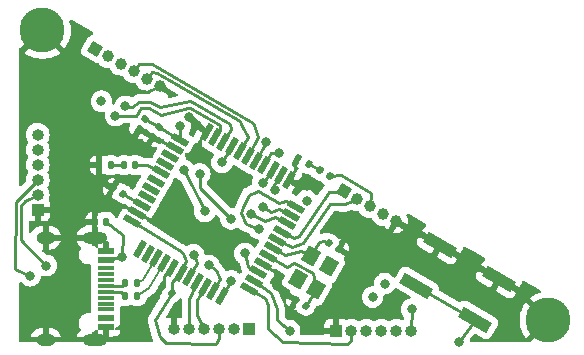
<source format=gtl>
G04 #@! TF.GenerationSoftware,KiCad,Pcbnew,(6.0.2-0)*
G04 #@! TF.CreationDate,2023-03-22T17:56:30-04:00*
G04 #@! TF.ProjectId,motor_board,6d6f746f-725f-4626-9f61-72642e6b6963,rev?*
G04 #@! TF.SameCoordinates,Original*
G04 #@! TF.FileFunction,Copper,L1,Top*
G04 #@! TF.FilePolarity,Positive*
%FSLAX46Y46*%
G04 Gerber Fmt 4.6, Leading zero omitted, Abs format (unit mm)*
G04 Created by KiCad (PCBNEW (6.0.2-0)) date 2023-03-22 17:56:30*
%MOMM*%
%LPD*%
G01*
G04 APERTURE LIST*
G04 Aperture macros list*
%AMRoundRect*
0 Rectangle with rounded corners*
0 $1 Rounding radius*
0 $2 $3 $4 $5 $6 $7 $8 $9 X,Y pos of 4 corners*
0 Add a 4 corners polygon primitive as box body*
4,1,4,$2,$3,$4,$5,$6,$7,$8,$9,$2,$3,0*
0 Add four circle primitives for the rounded corners*
1,1,$1+$1,$2,$3*
1,1,$1+$1,$4,$5*
1,1,$1+$1,$6,$7*
1,1,$1+$1,$8,$9*
0 Add four rect primitives between the rounded corners*
20,1,$1+$1,$2,$3,$4,$5,0*
20,1,$1+$1,$4,$5,$6,$7,0*
20,1,$1+$1,$6,$7,$8,$9,0*
20,1,$1+$1,$8,$9,$2,$3,0*%
%AMHorizOval*
0 Thick line with rounded ends*
0 $1 width*
0 $2 $3 position (X,Y) of the first rounded end (center of the circle)*
0 $4 $5 position (X,Y) of the second rounded end (center of the circle)*
0 Add line between two ends*
20,1,$1,$2,$3,$4,$5,0*
0 Add two circle primitives to create the rounded ends*
1,1,$1,$2,$3*
1,1,$1,$4,$5*%
%AMRotRect*
0 Rectangle, with rotation*
0 The origin of the aperture is its center*
0 $1 length*
0 $2 width*
0 $3 Rotation angle, in degrees counterclockwise*
0 Add horizontal line*
21,1,$1,$2,0,0,$3*%
G04 Aperture macros list end*
G04 #@! TA.AperFunction,SMDPad,CuDef*
%ADD10RoundRect,0.135000X0.209413X0.092715X-0.024413X0.227715X-0.209413X-0.092715X0.024413X-0.227715X0*%
G04 #@! TD*
G04 #@! TA.AperFunction,SMDPad,CuDef*
%ADD11RoundRect,0.147500X-0.213989X-0.075639X0.041489X-0.223139X0.213989X0.075639X-0.041489X0.223139X0*%
G04 #@! TD*
G04 #@! TA.AperFunction,SMDPad,CuDef*
%ADD12RoundRect,0.135000X-0.135000X-0.185000X0.135000X-0.185000X0.135000X0.185000X-0.135000X0.185000X0*%
G04 #@! TD*
G04 #@! TA.AperFunction,SMDPad,CuDef*
%ADD13RotRect,1.500000X0.550000X60.000000*%
G04 #@! TD*
G04 #@! TA.AperFunction,SMDPad,CuDef*
%ADD14RotRect,1.500000X0.550000X150.000000*%
G04 #@! TD*
G04 #@! TA.AperFunction,SMDPad,CuDef*
%ADD15RoundRect,0.135000X0.135000X0.185000X-0.135000X0.185000X-0.135000X-0.185000X0.135000X-0.185000X0*%
G04 #@! TD*
G04 #@! TA.AperFunction,SMDPad,CuDef*
%ADD16RoundRect,0.140000X-0.077224X0.206244X-0.217224X-0.036244X0.077224X-0.206244X0.217224X0.036244X0*%
G04 #@! TD*
G04 #@! TA.AperFunction,ComponentPad*
%ADD17C,3.800000*%
G04 #@! TD*
G04 #@! TA.AperFunction,SMDPad,CuDef*
%ADD18RotRect,1.400000X1.200000X240.000000*%
G04 #@! TD*
G04 #@! TA.AperFunction,ComponentPad*
%ADD19R,1.000000X1.000000*%
G04 #@! TD*
G04 #@! TA.AperFunction,ComponentPad*
%ADD20O,1.000000X1.000000*%
G04 #@! TD*
G04 #@! TA.AperFunction,SMDPad,CuDef*
%ADD21RoundRect,0.147500X-0.147500X-0.172500X0.147500X-0.172500X0.147500X0.172500X-0.147500X0.172500X0*%
G04 #@! TD*
G04 #@! TA.AperFunction,SMDPad,CuDef*
%ADD22RoundRect,0.140000X0.140000X0.170000X-0.140000X0.170000X-0.140000X-0.170000X0.140000X-0.170000X0*%
G04 #@! TD*
G04 #@! TA.AperFunction,SMDPad,CuDef*
%ADD23R,1.450000X0.600000*%
G04 #@! TD*
G04 #@! TA.AperFunction,SMDPad,CuDef*
%ADD24R,1.450000X0.300000*%
G04 #@! TD*
G04 #@! TA.AperFunction,ComponentPad*
%ADD25O,2.100000X1.000000*%
G04 #@! TD*
G04 #@! TA.AperFunction,ComponentPad*
%ADD26O,1.600000X1.000000*%
G04 #@! TD*
G04 #@! TA.AperFunction,SMDPad,CuDef*
%ADD27RoundRect,0.140000X0.206244X0.077224X-0.036244X0.217224X-0.206244X-0.077224X0.036244X-0.217224X0*%
G04 #@! TD*
G04 #@! TA.AperFunction,ComponentPad*
%ADD28RotRect,1.000000X1.000000X60.000000*%
G04 #@! TD*
G04 #@! TA.AperFunction,ComponentPad*
%ADD29HorizOval,1.000000X0.000000X0.000000X0.000000X0.000000X0*%
G04 #@! TD*
G04 #@! TA.AperFunction,SMDPad,CuDef*
%ADD30RoundRect,0.140000X-0.206244X-0.077224X0.036244X-0.217224X0.206244X0.077224X-0.036244X0.217224X0*%
G04 #@! TD*
G04 #@! TA.AperFunction,SMDPad,CuDef*
%ADD31RotRect,2.750000X1.000000X150.000000*%
G04 #@! TD*
G04 #@! TA.AperFunction,ViaPad*
%ADD32C,0.800000*%
G04 #@! TD*
G04 #@! TA.AperFunction,Conductor*
%ADD33C,0.250000*%
G04 #@! TD*
G04 #@! TA.AperFunction,Conductor*
%ADD34C,0.200000*%
G04 #@! TD*
G04 APERTURE END LIST*
D10*
X63741673Y-90185000D03*
X62858327Y-89675000D03*
D11*
X64669978Y-90697500D03*
X65510022Y-91182500D03*
D12*
X48220000Y-101360000D03*
X49240000Y-101360000D03*
D13*
X49435898Y-97366345D03*
X50128719Y-97766345D03*
X50821539Y-98166345D03*
X51514359Y-98566345D03*
X52207180Y-98966345D03*
X52900000Y-99366345D03*
X53592820Y-99766345D03*
X54285641Y-100166345D03*
X54978461Y-100566345D03*
X55671281Y-100966345D03*
X56364102Y-101366345D03*
D14*
X58686345Y-100744102D03*
X59086345Y-100051281D03*
X59486345Y-99358461D03*
X59886345Y-98665641D03*
X60286345Y-97972820D03*
X60686345Y-97280000D03*
X61086345Y-96587180D03*
X61486345Y-95894359D03*
X61886345Y-95201539D03*
X62286345Y-94508719D03*
X62686345Y-93815898D03*
D13*
X62064102Y-91493655D03*
X61371281Y-91093655D03*
X60678461Y-90693655D03*
X59985641Y-90293655D03*
X59292820Y-89893655D03*
X58600000Y-89493655D03*
X57907180Y-89093655D03*
X57214359Y-88693655D03*
X56521539Y-88293655D03*
X55828719Y-87893655D03*
X55135898Y-87493655D03*
D14*
X52813655Y-88115898D03*
X52413655Y-88808719D03*
X52013655Y-89501539D03*
X51613655Y-90194359D03*
X51213655Y-90887180D03*
X50813655Y-91580000D03*
X50413655Y-92272820D03*
X50013655Y-92965641D03*
X49613655Y-93658461D03*
X49213655Y-94351281D03*
X48813655Y-95044102D03*
D15*
X46980000Y-90270000D03*
X45960000Y-90270000D03*
D16*
X51040000Y-87044308D03*
X50560000Y-87875692D03*
D17*
X84010000Y-103390000D03*
D18*
X63963878Y-97982372D03*
X62863878Y-99887628D03*
X64336122Y-100737628D03*
X65436122Y-98832372D03*
D19*
X66085000Y-104290000D03*
D20*
X67355000Y-104290000D03*
X68625000Y-104290000D03*
X69895000Y-104290000D03*
X71165000Y-104290000D03*
X72435000Y-104290000D03*
D21*
X48105000Y-90270000D03*
X49075000Y-90270000D03*
D22*
X46590000Y-95050000D03*
X45630000Y-95050000D03*
D23*
X46560000Y-97515000D03*
X46560000Y-98290000D03*
D24*
X46560000Y-98990000D03*
X46560000Y-99490000D03*
X46560000Y-99990000D03*
X46560000Y-100490000D03*
X46560000Y-100990000D03*
X46560000Y-101490000D03*
X46560000Y-101990000D03*
X46560000Y-102490000D03*
D23*
X46560000Y-103190000D03*
X46560000Y-103965000D03*
D25*
X45645000Y-105060000D03*
D26*
X41465000Y-96420000D03*
X41465000Y-105060000D03*
D25*
X45645000Y-96420000D03*
D27*
X63515692Y-102170000D03*
X62684308Y-101690000D03*
D12*
X48220000Y-100240000D03*
X49240000Y-100240000D03*
D16*
X49900000Y-86354308D03*
X49420000Y-87185692D03*
D27*
X47995692Y-92730000D03*
X47164308Y-92250000D03*
D19*
X40800000Y-94035000D03*
D20*
X40800000Y-92765000D03*
X40800000Y-91495000D03*
X40800000Y-90225000D03*
X40800000Y-88955000D03*
X40800000Y-87685000D03*
D27*
X52135692Y-101070000D03*
X51304308Y-100590000D03*
D28*
X45660369Y-80422500D03*
D29*
X46760221Y-81057500D03*
X47860074Y-81692500D03*
X48959926Y-82327500D03*
X50059778Y-82962500D03*
X51159630Y-83597500D03*
D28*
X66730000Y-92490000D03*
D29*
X67829852Y-93125000D03*
X68929705Y-93760000D03*
X70029557Y-94395000D03*
X71129409Y-95030000D03*
D30*
X65464308Y-96890000D03*
X66295692Y-97370000D03*
D19*
X58705000Y-104110000D03*
D20*
X57435000Y-104110000D03*
X56165000Y-104110000D03*
X54895000Y-104110000D03*
X53625000Y-104110000D03*
X52355000Y-104110000D03*
D17*
X41200000Y-78870000D03*
D31*
X72845847Y-100492051D03*
X77834153Y-103372051D03*
X74845847Y-97027949D03*
X79834153Y-99907949D03*
D32*
X53590000Y-86190000D03*
X41500000Y-83170000D03*
X61050000Y-100510000D03*
X63610000Y-92050000D03*
X70980000Y-98090000D03*
X51900000Y-93470000D03*
X66580000Y-99870000D03*
X44840000Y-90600000D03*
X58340000Y-97750000D03*
X52850000Y-86980000D03*
X69160000Y-101440000D03*
X60860000Y-92380000D03*
X46190000Y-84860000D03*
X63560000Y-93270000D03*
X70180000Y-100300000D03*
X41540000Y-98770000D03*
X55300000Y-98760000D03*
X57180000Y-100070000D03*
X40150000Y-99640000D03*
X53190000Y-90710000D03*
X54940000Y-94190000D03*
X54520000Y-91010000D03*
X57160000Y-94820000D03*
X56400000Y-90040000D03*
X72450000Y-102480000D03*
X54010000Y-97860000D03*
X47970000Y-98040000D03*
X76500000Y-105230000D03*
X62130000Y-104280000D03*
X59840000Y-93840000D03*
X58850000Y-94410000D03*
X59540000Y-95640000D03*
X59860000Y-91760000D03*
X61260000Y-89240000D03*
X60150000Y-88350000D03*
X47380000Y-86070000D03*
X48210000Y-85300000D03*
D33*
X52850000Y-86980000D02*
X52850000Y-88079553D01*
X52850000Y-88079553D02*
X52813655Y-88115898D01*
X55135898Y-87493655D02*
X53832243Y-86190000D01*
X53832243Y-86190000D02*
X53590000Y-86190000D01*
X64669978Y-90697500D02*
X63741673Y-90185000D01*
X69040000Y-92630000D02*
X66440000Y-91070000D01*
X68929705Y-93760000D02*
X69040000Y-92630000D01*
X66440000Y-91070000D02*
X65510022Y-91182500D01*
X50010000Y-84090000D02*
X51159630Y-83597500D01*
X57160000Y-94820000D02*
X54520000Y-92180000D01*
X54520000Y-92180000D02*
X54520000Y-91010000D01*
X48780000Y-85310000D02*
X48210000Y-85300000D01*
X49380000Y-84910000D02*
X48780000Y-85310000D01*
X50280000Y-84910000D02*
X49380000Y-84910000D01*
X53720000Y-84840000D02*
X51190000Y-85390000D01*
X53880000Y-84930000D02*
X53720000Y-84840000D01*
X51190000Y-85390000D02*
X50280000Y-84910000D01*
X54010000Y-85010000D02*
X53880000Y-84930000D01*
X57110000Y-86760000D02*
X54010000Y-85010000D01*
X50190000Y-85450000D02*
X51220000Y-85990000D01*
X49520000Y-85450000D02*
X50190000Y-85450000D01*
X53560000Y-85440000D02*
X53730000Y-85400000D01*
X51220000Y-85990000D02*
X53560000Y-85440000D01*
X53730000Y-85400000D02*
X56230000Y-86840000D01*
X49080000Y-86080000D02*
X49520000Y-85450000D01*
X47380000Y-86070000D02*
X49080000Y-86080000D01*
X57110000Y-86760000D02*
X57200000Y-87200000D01*
X57200000Y-87200000D02*
X57080000Y-87390000D01*
X57080000Y-87390000D02*
X56521539Y-88293655D01*
X56230000Y-86840000D02*
X56210000Y-87260000D01*
X56210000Y-87260000D02*
X55828719Y-87893655D01*
X50430000Y-94950000D02*
X49213655Y-94351281D01*
X49613655Y-93658461D02*
X47995692Y-92730000D01*
X47164308Y-92250000D02*
X46850000Y-92730000D01*
X50560000Y-87875692D02*
X52413655Y-88808719D01*
X46980000Y-93100000D02*
X49213655Y-94351281D01*
X61110000Y-99460000D02*
X61050000Y-100510000D01*
X59886345Y-98665641D02*
X61110000Y-99460000D01*
X46850000Y-92730000D02*
X46980000Y-93100000D01*
X51304308Y-100590000D02*
X51511936Y-100382372D01*
X49420000Y-87185692D02*
X50560000Y-87875692D01*
X51511936Y-100382372D02*
X51511936Y-99677884D01*
X51511936Y-99677884D02*
X52207180Y-98982640D01*
X52207180Y-98982640D02*
X52207180Y-98966345D01*
X60686345Y-97280000D02*
X61740000Y-97880000D01*
X65070000Y-96680000D02*
X64600000Y-96770000D01*
X64600000Y-96770000D02*
X63963878Y-97982372D01*
X65070000Y-96680000D02*
X65464308Y-96890000D01*
X63050000Y-97510000D02*
X63963878Y-97982372D01*
X61740000Y-97880000D02*
X63050000Y-97510000D01*
X48813655Y-95044102D02*
X52730000Y-97470000D01*
X58630000Y-98870000D02*
X58340000Y-97750000D01*
X51130000Y-104830000D02*
X50770000Y-103400000D01*
X52135692Y-100146949D02*
X52908148Y-99374493D01*
X60800000Y-91990000D02*
X60860000Y-92380000D01*
X51690000Y-105330000D02*
X51130000Y-104830000D01*
X53080000Y-97700000D02*
X53390000Y-98430000D01*
X52135692Y-101070000D02*
X52135692Y-100146949D01*
X52730000Y-97470000D02*
X53080000Y-97700000D01*
X56165000Y-104110000D02*
X56180000Y-104900000D01*
X50770000Y-103400000D02*
X52135692Y-101070000D01*
X56180000Y-104900000D02*
X55890000Y-105380000D01*
X51040000Y-87044308D02*
X52813655Y-88115898D01*
X55890000Y-105380000D02*
X51690000Y-105330000D01*
X61371281Y-91093655D02*
X60800000Y-91990000D01*
X59486345Y-99358461D02*
X58630000Y-98870000D01*
X49900000Y-86354308D02*
X51040000Y-87044308D01*
X53390000Y-98430000D02*
X52900000Y-99366345D01*
X63515692Y-102170000D02*
X64336122Y-100737628D01*
X64120000Y-99370000D02*
X64336122Y-100737628D01*
X61890000Y-98920000D02*
X62540000Y-98520000D01*
X60286345Y-97972820D02*
X61890000Y-98920000D01*
X62540000Y-98520000D02*
X64120000Y-99370000D01*
X61486345Y-95894359D02*
X62510000Y-96440000D01*
X62960000Y-96310000D02*
X65440000Y-92580000D01*
X62510000Y-96440000D02*
X62960000Y-96310000D01*
X65440000Y-92580000D02*
X66730000Y-92490000D01*
X66820000Y-93580000D02*
X67829852Y-93125000D01*
X62290000Y-97200000D02*
X63260000Y-96900000D01*
X61086345Y-96587180D02*
X62290000Y-97200000D01*
X65520000Y-93550000D02*
X66820000Y-93580000D01*
X63260000Y-96900000D02*
X65520000Y-93550000D01*
X39390000Y-96650000D02*
X39390000Y-93710000D01*
X55900000Y-99170000D02*
X56270000Y-99890000D01*
X41540000Y-98770000D02*
X41510000Y-98770000D01*
X56270000Y-99890000D02*
X55671281Y-100966345D01*
X39740000Y-93280000D02*
X40800000Y-92765000D01*
X55300000Y-98760000D02*
X55900000Y-99170000D01*
X41510000Y-98770000D02*
X39390000Y-96650000D01*
X39390000Y-93710000D02*
X39740000Y-93280000D01*
X56364102Y-101366345D02*
X57180000Y-100070000D01*
X40800000Y-91495000D02*
X39040000Y-93320000D01*
X40150000Y-99640000D02*
X38910000Y-99040000D01*
X39040000Y-93320000D02*
X38930000Y-93430000D01*
X38930000Y-93430000D02*
X38910000Y-99040000D01*
X54978461Y-100566345D02*
X54260000Y-101670000D01*
X54260000Y-101670000D02*
X54250000Y-102950000D01*
X54250000Y-102950000D02*
X54895000Y-104110000D01*
X53630000Y-101630000D02*
X53625000Y-104110000D01*
X54285641Y-100166345D02*
X53630000Y-101630000D01*
X54940000Y-94190000D02*
X53190000Y-90710000D01*
X49410000Y-81710000D02*
X48959926Y-82327500D01*
X59450000Y-87880000D02*
X58600000Y-89493655D01*
X59140000Y-86900000D02*
X59450000Y-87880000D01*
X50460000Y-81700000D02*
X49410000Y-81710000D01*
X59060000Y-86690000D02*
X50460000Y-81700000D01*
X59140000Y-86900000D02*
X59060000Y-86690000D01*
X58110000Y-86930000D02*
X58000000Y-86750000D01*
X50880000Y-82470000D02*
X50460000Y-82410000D01*
X57890000Y-86550000D02*
X50880000Y-82470000D01*
X58110000Y-86930000D02*
X58570000Y-87880000D01*
X58570000Y-87880000D02*
X57907180Y-89093655D01*
X50460000Y-82410000D02*
X50059778Y-82962500D01*
X58000000Y-86750000D02*
X57890000Y-86550000D01*
X61580000Y-105220000D02*
X60280000Y-104180000D01*
X66970000Y-105390000D02*
X61580000Y-105220000D01*
X60290000Y-102140000D02*
X60030000Y-101560000D01*
X67355000Y-104290000D02*
X67340000Y-105150000D01*
X60030000Y-101560000D02*
X58686345Y-100744102D01*
X67340000Y-105150000D02*
X66970000Y-105390000D01*
X60280000Y-104180000D02*
X60290000Y-102140000D01*
X56400000Y-90040000D02*
X57214359Y-88693655D01*
X72435000Y-104290000D02*
X72450000Y-102480000D01*
X46560000Y-100490000D02*
X47970000Y-100490000D01*
X47970000Y-100490000D02*
X48220000Y-100240000D01*
D34*
X49710000Y-100030000D02*
X50821539Y-98166345D01*
X49710000Y-100030000D02*
X49240000Y-100240000D01*
D33*
X47850000Y-100990000D02*
X48220000Y-101360000D01*
X46560000Y-100990000D02*
X47850000Y-100990000D01*
D34*
X50220000Y-100680000D02*
X51514359Y-98566345D01*
X49240000Y-101360000D02*
X50220000Y-100680000D01*
D33*
X46590000Y-95050000D02*
X47980000Y-96160000D01*
X47970000Y-98040000D02*
X47980000Y-96160000D01*
X54010000Y-97860000D02*
X54270000Y-98520000D01*
X54270000Y-98520000D02*
X53592820Y-99766345D01*
X46560000Y-98290000D02*
X47970000Y-98040000D01*
X77834153Y-103372051D02*
X72845847Y-100492051D01*
X61100000Y-102440000D02*
X61070000Y-103390000D01*
X59086345Y-100051281D02*
X60530000Y-101090000D01*
X61070000Y-103390000D02*
X62130000Y-104280000D01*
X60530000Y-101090000D02*
X61100000Y-102440000D01*
X76500000Y-105230000D02*
X77834153Y-103372051D01*
X60520000Y-94200000D02*
X61230000Y-93950000D01*
X59840000Y-93840000D02*
X60520000Y-94200000D01*
X61230000Y-93950000D02*
X62286345Y-94508719D01*
X60930000Y-94680000D02*
X61886345Y-95201539D01*
X60070000Y-95030000D02*
X60930000Y-94680000D01*
X58850000Y-94410000D02*
X60070000Y-95030000D01*
X58410000Y-95270000D02*
X58010000Y-94290000D01*
X58220000Y-93790000D02*
X58670000Y-92760000D01*
X61440000Y-93410000D02*
X61830000Y-93320000D01*
X58010000Y-94290000D02*
X58220000Y-93790000D01*
X61830000Y-93320000D02*
X62686345Y-93815898D01*
X59480000Y-92420000D02*
X61260000Y-93470000D01*
X58670000Y-92760000D02*
X59270000Y-92510000D01*
X59540000Y-95640000D02*
X58410000Y-95270000D01*
X59270000Y-92510000D02*
X59480000Y-92420000D01*
X61260000Y-93470000D02*
X61440000Y-93410000D01*
X59860000Y-91760000D02*
X60678461Y-90693655D01*
X60560000Y-89260000D02*
X59985641Y-90293655D01*
X61260000Y-89240000D02*
X60560000Y-89260000D01*
X60150000Y-88350000D02*
X59292820Y-89893655D01*
X50070000Y-90270000D02*
X49075000Y-90270000D01*
X51213655Y-90887180D02*
X50070000Y-90270000D01*
X48105000Y-90270000D02*
X46980000Y-90270000D01*
G04 #@! TA.AperFunction,Conductor*
G36*
X43656785Y-77963994D02*
G01*
X43670647Y-77970885D01*
X45458354Y-79001054D01*
X45507390Y-79052396D01*
X45520883Y-79122099D01*
X45494551Y-79188031D01*
X45436753Y-79229261D01*
X45410472Y-79235326D01*
X45353306Y-79242193D01*
X45353303Y-79242194D01*
X45344394Y-79243264D01*
X45329096Y-79249805D01*
X45218718Y-79296998D01*
X45218716Y-79296999D01*
X45210465Y-79300527D01*
X45203531Y-79306232D01*
X45203532Y-79306232D01*
X45104095Y-79388054D01*
X45104093Y-79388056D01*
X45097990Y-79393078D01*
X45061049Y-79443552D01*
X44512915Y-80392948D01*
X44487674Y-80450177D01*
X44486378Y-80457964D01*
X44486377Y-80457967D01*
X44468011Y-80568318D01*
X44463760Y-80593858D01*
X44464831Y-80602772D01*
X44475790Y-80693995D01*
X44481133Y-80738475D01*
X44538396Y-80872404D01*
X44544101Y-80879337D01*
X44623252Y-80975527D01*
X44630947Y-80984879D01*
X44681421Y-81021820D01*
X45630817Y-81569954D01*
X45688046Y-81595195D01*
X45695833Y-81596491D01*
X45695836Y-81596492D01*
X45822869Y-81617635D01*
X45822871Y-81617635D01*
X45831727Y-81619109D01*
X45840642Y-81618038D01*
X45840910Y-81618006D01*
X45841174Y-81618050D01*
X45849616Y-81618242D01*
X45849588Y-81619460D01*
X45910930Y-81629741D01*
X45954683Y-81664842D01*
X46027426Y-81756621D01*
X46031256Y-81761453D01*
X46181871Y-81889636D01*
X46354515Y-81986124D01*
X46542613Y-82047240D01*
X46738998Y-82070658D01*
X46745133Y-82070186D01*
X46745135Y-82070186D01*
X46816600Y-82064687D01*
X46830111Y-82063647D01*
X46899566Y-82078364D01*
X46951844Y-82131681D01*
X47008261Y-82241456D01*
X47131109Y-82396453D01*
X47281724Y-82524636D01*
X47454368Y-82621124D01*
X47642466Y-82682240D01*
X47838851Y-82705658D01*
X47844986Y-82705186D01*
X47844988Y-82705186D01*
X47908064Y-82700332D01*
X47929963Y-82698647D01*
X47999418Y-82713364D01*
X48051696Y-82766681D01*
X48108113Y-82876456D01*
X48230961Y-83031453D01*
X48381576Y-83159636D01*
X48554220Y-83256124D01*
X48742318Y-83317240D01*
X48938703Y-83340658D01*
X48944838Y-83340186D01*
X48944840Y-83340186D01*
X49007916Y-83335332D01*
X49029815Y-83333647D01*
X49099270Y-83348364D01*
X49151548Y-83401681D01*
X49207965Y-83511456D01*
X49330813Y-83666453D01*
X49481428Y-83794636D01*
X49654072Y-83891124D01*
X49842170Y-83952240D01*
X50038555Y-83975658D01*
X50044690Y-83975186D01*
X50044693Y-83975186D01*
X50130209Y-83968606D01*
X50199663Y-83983324D01*
X50251942Y-84036641D01*
X50280858Y-84092906D01*
X50294205Y-84162637D01*
X50267734Y-84228514D01*
X50209850Y-84269622D01*
X50168791Y-84276500D01*
X49443178Y-84276500D01*
X49422362Y-84274769D01*
X49413555Y-84273294D01*
X49405735Y-84271984D01*
X49397834Y-84272660D01*
X49358315Y-84276041D01*
X49347574Y-84276500D01*
X49340144Y-84276500D01*
X49336217Y-84276996D01*
X49336202Y-84276997D01*
X49315781Y-84279577D01*
X49310746Y-84280110D01*
X49246259Y-84285628D01*
X49238777Y-84288247D01*
X49233915Y-84289288D01*
X49229069Y-84290532D01*
X49221203Y-84291526D01*
X49161040Y-84315346D01*
X49156282Y-84317120D01*
X49102668Y-84335885D01*
X49102666Y-84335886D01*
X49095186Y-84338504D01*
X49088589Y-84342903D01*
X49084130Y-84345125D01*
X49079758Y-84347529D01*
X49072383Y-84350448D01*
X49020008Y-84388501D01*
X49015908Y-84391356D01*
X48822456Y-84520324D01*
X48754683Y-84541466D01*
X48686235Y-84522611D01*
X48678507Y-84517421D01*
X48672099Y-84512765D01*
X48672086Y-84512758D01*
X48666752Y-84508882D01*
X48660722Y-84506197D01*
X48498319Y-84433891D01*
X48498318Y-84433891D01*
X48492288Y-84431206D01*
X48398887Y-84411353D01*
X48311944Y-84392872D01*
X48311939Y-84392872D01*
X48305487Y-84391500D01*
X48114513Y-84391500D01*
X48108061Y-84392872D01*
X48108056Y-84392872D01*
X48021113Y-84411353D01*
X47927712Y-84431206D01*
X47921682Y-84433891D01*
X47921681Y-84433891D01*
X47759278Y-84506197D01*
X47759276Y-84506198D01*
X47753248Y-84508882D01*
X47747907Y-84512762D01*
X47747906Y-84512763D01*
X47741495Y-84517421D01*
X47598747Y-84621134D01*
X47470960Y-84763056D01*
X47467659Y-84768774D01*
X47411200Y-84866564D01*
X47375473Y-84928444D01*
X47373432Y-84934726D01*
X47333282Y-85058293D01*
X47293208Y-85116898D01*
X47227811Y-85144535D01*
X47157854Y-85132428D01*
X47105549Y-85084421D01*
X47087500Y-85015757D01*
X47088138Y-85006199D01*
X47103504Y-84860000D01*
X47083542Y-84670072D01*
X47024527Y-84488444D01*
X46929040Y-84323056D01*
X46922962Y-84316305D01*
X46805675Y-84186045D01*
X46805674Y-84186044D01*
X46801253Y-84181134D01*
X46646752Y-84068882D01*
X46640724Y-84066198D01*
X46640722Y-84066197D01*
X46478319Y-83993891D01*
X46478318Y-83993891D01*
X46472288Y-83991206D01*
X46365964Y-83968606D01*
X46291944Y-83952872D01*
X46291939Y-83952872D01*
X46285487Y-83951500D01*
X46094513Y-83951500D01*
X46088061Y-83952872D01*
X46088056Y-83952872D01*
X46014036Y-83968606D01*
X45907712Y-83991206D01*
X45901682Y-83993891D01*
X45901681Y-83993891D01*
X45739278Y-84066197D01*
X45739276Y-84066198D01*
X45733248Y-84068882D01*
X45578747Y-84181134D01*
X45574326Y-84186044D01*
X45574325Y-84186045D01*
X45457039Y-84316305D01*
X45450960Y-84323056D01*
X45355473Y-84488444D01*
X45296458Y-84670072D01*
X45276496Y-84860000D01*
X45277186Y-84866564D01*
X45277186Y-84866565D01*
X45292867Y-85015757D01*
X45296458Y-85049928D01*
X45355473Y-85231556D01*
X45450960Y-85396944D01*
X45578747Y-85538866D01*
X45733248Y-85651118D01*
X45739276Y-85653802D01*
X45739278Y-85653803D01*
X45839544Y-85698444D01*
X45907712Y-85728794D01*
X46001112Y-85748647D01*
X46088056Y-85767128D01*
X46088061Y-85767128D01*
X46094513Y-85768500D01*
X46285487Y-85768500D01*
X46297195Y-85766011D01*
X46333411Y-85758314D01*
X46404202Y-85763717D01*
X46460834Y-85806534D01*
X46485327Y-85873171D01*
X46484917Y-85894731D01*
X46466496Y-86070000D01*
X46467186Y-86076565D01*
X46469539Y-86098948D01*
X46486458Y-86259928D01*
X46545473Y-86441556D01*
X46640960Y-86606944D01*
X46645378Y-86611851D01*
X46645379Y-86611852D01*
X46764325Y-86743955D01*
X46768747Y-86748866D01*
X46851192Y-86808766D01*
X46913194Y-86853813D01*
X46923248Y-86861118D01*
X46929276Y-86863802D01*
X46929278Y-86863803D01*
X47091681Y-86936109D01*
X47097712Y-86938794D01*
X47162015Y-86952462D01*
X47278056Y-86977128D01*
X47278061Y-86977128D01*
X47284513Y-86978500D01*
X47475487Y-86978500D01*
X47481939Y-86977128D01*
X47481944Y-86977128D01*
X47597985Y-86952462D01*
X47662288Y-86938794D01*
X47668319Y-86936109D01*
X47830722Y-86863803D01*
X47830724Y-86863802D01*
X47836752Y-86861118D01*
X47846807Y-86853813D01*
X47984556Y-86753732D01*
X47991253Y-86748866D01*
X47995668Y-86743963D01*
X48000048Y-86740019D01*
X48064056Y-86709302D01*
X48085098Y-86707658D01*
X48532433Y-86710289D01*
X48600434Y-86730692D01*
X48646610Y-86784620D01*
X48656301Y-86854952D01*
X48640811Y-86899286D01*
X48610110Y-86952462D01*
X48607799Y-86956855D01*
X48595780Y-86982053D01*
X48591471Y-86994121D01*
X48555846Y-87139164D01*
X48554038Y-87154792D01*
X48555586Y-87302655D01*
X48557719Y-87318230D01*
X48595992Y-87461069D01*
X48601932Y-87475626D01*
X48674526Y-87604456D01*
X48683902Y-87617081D01*
X48787279Y-87724882D01*
X48793451Y-87730126D01*
X48806484Y-87734394D01*
X48814788Y-87725950D01*
X49190301Y-87075544D01*
X49222780Y-87019288D01*
X49274163Y-86970295D01*
X49343876Y-86956859D01*
X49394899Y-86973169D01*
X49709685Y-87154911D01*
X49711909Y-87155972D01*
X49711917Y-87155976D01*
X49726317Y-87162844D01*
X49742976Y-87170790D01*
X49749225Y-87172325D01*
X49749228Y-87172326D01*
X49894398Y-87207984D01*
X49894403Y-87207985D01*
X49902095Y-87209874D01*
X49910022Y-87209791D01*
X49934210Y-87209538D01*
X49998528Y-87226412D01*
X50208898Y-87347868D01*
X50255668Y-87395130D01*
X50298011Y-87470277D01*
X50303493Y-87475993D01*
X50303494Y-87475995D01*
X50309506Y-87482264D01*
X50411418Y-87588536D01*
X50426792Y-87599102D01*
X50439767Y-87608020D01*
X50439776Y-87608026D01*
X50441815Y-87609427D01*
X50849685Y-87844911D01*
X50851909Y-87845972D01*
X50851917Y-87845976D01*
X50858631Y-87849178D01*
X50882976Y-87860790D01*
X50889225Y-87862325D01*
X50889228Y-87862326D01*
X51034398Y-87897984D01*
X51034403Y-87897985D01*
X51042095Y-87899874D01*
X51050022Y-87899791D01*
X51074210Y-87899538D01*
X51138528Y-87916412D01*
X51341464Y-88033577D01*
X51356899Y-88037322D01*
X51365708Y-88034273D01*
X51436624Y-88030896D01*
X51472079Y-88045502D01*
X51478575Y-88049427D01*
X51526532Y-88101778D01*
X51530380Y-88112033D01*
X51530412Y-88112019D01*
X51570342Y-88205408D01*
X51578732Y-88275907D01*
X51547675Y-88339750D01*
X51487031Y-88376668D01*
X51469520Y-88380043D01*
X51368673Y-88392158D01*
X51306940Y-88418553D01*
X51236442Y-88426943D01*
X51236246Y-88426903D01*
X51233966Y-88427692D01*
X51224519Y-88438083D01*
X51163895Y-88475033D01*
X51092919Y-88473343D01*
X51068286Y-88462445D01*
X50668659Y-88231720D01*
X50653224Y-88227975D01*
X50651484Y-88228578D01*
X50646197Y-88234394D01*
X50395758Y-88668166D01*
X50392123Y-88683152D01*
X50400237Y-88689965D01*
X50409403Y-88693239D01*
X50554454Y-88728866D01*
X50570080Y-88730674D01*
X50717937Y-88729126D01*
X50733530Y-88726990D01*
X50763990Y-88718828D01*
X50834966Y-88720516D01*
X50893763Y-88760309D01*
X50921712Y-88825573D01*
X50909939Y-88895587D01*
X50905722Y-88903534D01*
X50812601Y-89064825D01*
X50762195Y-89152131D01*
X50736954Y-89209360D01*
X50734733Y-89208380D01*
X50720312Y-89233360D01*
X50722270Y-89234793D01*
X50685329Y-89285267D01*
X50523807Y-89565032D01*
X50484033Y-89633922D01*
X50432651Y-89682915D01*
X50362937Y-89696351D01*
X50319418Y-89682942D01*
X50319378Y-89683042D01*
X50318094Y-89682533D01*
X50314217Y-89681339D01*
X50314116Y-89681283D01*
X50305060Y-89676305D01*
X50270958Y-89667549D01*
X50256823Y-89663018D01*
X50256055Y-89662721D01*
X50223976Y-89650308D01*
X50216108Y-89649376D01*
X50216107Y-89649376D01*
X50194904Y-89646865D01*
X50178390Y-89643781D01*
X50157711Y-89638472D01*
X50157710Y-89638472D01*
X50150030Y-89636500D01*
X50114812Y-89636500D01*
X50099995Y-89635626D01*
X50095351Y-89635076D01*
X50065026Y-89631485D01*
X50057175Y-89632539D01*
X50057173Y-89632539D01*
X50036012Y-89635380D01*
X50019247Y-89636500D01*
X49741415Y-89636500D01*
X49673294Y-89616498D01*
X49652320Y-89599595D01*
X49627763Y-89575038D01*
X49617307Y-89568854D01*
X49491923Y-89494703D01*
X49491921Y-89494702D01*
X49485100Y-89490668D01*
X49477489Y-89488457D01*
X49477487Y-89488456D01*
X49407420Y-89468100D01*
X49325937Y-89444427D01*
X49319532Y-89443923D01*
X49319527Y-89443922D01*
X49291203Y-89441693D01*
X49291195Y-89441693D01*
X49288747Y-89441500D01*
X49075130Y-89441500D01*
X48861254Y-89441501D01*
X48824063Y-89444427D01*
X48762375Y-89462349D01*
X48672513Y-89488456D01*
X48672511Y-89488457D01*
X48664900Y-89490668D01*
X48654140Y-89497032D01*
X48585326Y-89514492D01*
X48525861Y-89497032D01*
X48515100Y-89490668D01*
X48507489Y-89488457D01*
X48507487Y-89488456D01*
X48437420Y-89468100D01*
X48355937Y-89444427D01*
X48349532Y-89443923D01*
X48349527Y-89443922D01*
X48321203Y-89441693D01*
X48321195Y-89441693D01*
X48318747Y-89441500D01*
X48105130Y-89441500D01*
X47891254Y-89441501D01*
X47854063Y-89444427D01*
X47792375Y-89462349D01*
X47702513Y-89488456D01*
X47702511Y-89488457D01*
X47694900Y-89490668D01*
X47688075Y-89494704D01*
X47688071Y-89494706D01*
X47598679Y-89547572D01*
X47529863Y-89565032D01*
X47470401Y-89547572D01*
X47379425Y-89493769D01*
X47379421Y-89493767D01*
X47372596Y-89489731D01*
X47364985Y-89487520D01*
X47364983Y-89487519D01*
X47222644Y-89446166D01*
X47222645Y-89446166D01*
X47216466Y-89444371D01*
X47210059Y-89443867D01*
X47210055Y-89443866D01*
X47182444Y-89441693D01*
X47182438Y-89441693D01*
X47179989Y-89441500D01*
X46980122Y-89441500D01*
X46780012Y-89441501D01*
X46743534Y-89444371D01*
X46646730Y-89472495D01*
X46595017Y-89487519D01*
X46595015Y-89487520D01*
X46587404Y-89489731D01*
X46533647Y-89521523D01*
X46464834Y-89538982D01*
X46405370Y-89521522D01*
X46359220Y-89494229D01*
X46344783Y-89487981D01*
X46231395Y-89455039D01*
X46217295Y-89455079D01*
X46214000Y-89462349D01*
X46214000Y-89932458D01*
X46208997Y-89967610D01*
X46206166Y-89977353D01*
X46206165Y-89977360D01*
X46204371Y-89983534D01*
X46203867Y-89989941D01*
X46203866Y-89989945D01*
X46201693Y-90017556D01*
X46201500Y-90020011D01*
X46201501Y-90519988D01*
X46204371Y-90556466D01*
X46206167Y-90562648D01*
X46206168Y-90562653D01*
X46208997Y-90572390D01*
X46214000Y-90607542D01*
X46214000Y-91071900D01*
X46217973Y-91085431D01*
X46225871Y-91086566D01*
X46344783Y-91052019D01*
X46359220Y-91045771D01*
X46405370Y-91018478D01*
X46474187Y-91001018D01*
X46533646Y-91018477D01*
X46587404Y-91050269D01*
X46595015Y-91052480D01*
X46595017Y-91052481D01*
X46661858Y-91071900D01*
X46743534Y-91095629D01*
X46749941Y-91096133D01*
X46749945Y-91096134D01*
X46777556Y-91098307D01*
X46777562Y-91098307D01*
X46780011Y-91098500D01*
X46979878Y-91098500D01*
X47179988Y-91098499D01*
X47216466Y-91095629D01*
X47313270Y-91067505D01*
X47364983Y-91052481D01*
X47364985Y-91052480D01*
X47372596Y-91050269D01*
X47379421Y-91046233D01*
X47379425Y-91046231D01*
X47470401Y-90992428D01*
X47539217Y-90974968D01*
X47598679Y-90992428D01*
X47688071Y-91045294D01*
X47688075Y-91045296D01*
X47694900Y-91049332D01*
X47702511Y-91051543D01*
X47702513Y-91051544D01*
X47721400Y-91057031D01*
X47854063Y-91095573D01*
X47860468Y-91096077D01*
X47860473Y-91096078D01*
X47888797Y-91098307D01*
X47888805Y-91098307D01*
X47891253Y-91098500D01*
X48104870Y-91098500D01*
X48318746Y-91098499D01*
X48355937Y-91095573D01*
X48488600Y-91057031D01*
X48507487Y-91051544D01*
X48507489Y-91051543D01*
X48515100Y-91049332D01*
X48525860Y-91042968D01*
X48594674Y-91025508D01*
X48654139Y-91042968D01*
X48664900Y-91049332D01*
X48672511Y-91051543D01*
X48672513Y-91051544D01*
X48691400Y-91057031D01*
X48824063Y-91095573D01*
X48830468Y-91096077D01*
X48830473Y-91096078D01*
X48858797Y-91098307D01*
X48858805Y-91098307D01*
X48861253Y-91098500D01*
X49074870Y-91098500D01*
X49288746Y-91098499D01*
X49325937Y-91095573D01*
X49405741Y-91072388D01*
X49476738Y-91072591D01*
X49536354Y-91111145D01*
X49565662Y-91175810D01*
X49556179Y-91244232D01*
X49536954Y-91287821D01*
X49534733Y-91286841D01*
X49520312Y-91311821D01*
X49522270Y-91313254D01*
X49485329Y-91363728D01*
X49162195Y-91923412D01*
X49136954Y-91980641D01*
X49134720Y-91979656D01*
X49120298Y-92004632D01*
X49122270Y-92006075D01*
X49085329Y-92056549D01*
X48967820Y-92260080D01*
X48955397Y-92281598D01*
X48904015Y-92330591D01*
X48834301Y-92344027D01*
X48768390Y-92317641D01*
X48736505Y-92280452D01*
X48730590Y-92269955D01*
X48726700Y-92263051D01*
X48719659Y-92255708D01*
X48643684Y-92176483D01*
X48613293Y-92144791D01*
X48591433Y-92129767D01*
X48584944Y-92125307D01*
X48584935Y-92125301D01*
X48582896Y-92123900D01*
X48226988Y-91918416D01*
X48224764Y-91917355D01*
X48224756Y-91917351D01*
X48199503Y-91905306D01*
X48199500Y-91905305D01*
X48193697Y-91902537D01*
X48187455Y-91901004D01*
X48187450Y-91901002D01*
X48070100Y-91872179D01*
X48034578Y-91863454D01*
X48015113Y-91863658D01*
X47946788Y-91844371D01*
X47904022Y-91799521D01*
X47898803Y-91790260D01*
X47889421Y-91777627D01*
X47802655Y-91687146D01*
X47790420Y-91680129D01*
X47783934Y-91684776D01*
X47644967Y-91925474D01*
X47597703Y-91972245D01*
X47569723Y-91988011D01*
X47564007Y-91993493D01*
X47564005Y-91993494D01*
X47501132Y-92053788D01*
X47451464Y-92101418D01*
X47447815Y-92106728D01*
X47431980Y-92129767D01*
X47431974Y-92129776D01*
X47430573Y-92131815D01*
X47195089Y-92539685D01*
X47194028Y-92541909D01*
X47194024Y-92541917D01*
X47190393Y-92549530D01*
X47179210Y-92572976D01*
X47177675Y-92579225D01*
X47177674Y-92579228D01*
X47142016Y-92724398D01*
X47142015Y-92724403D01*
X47140126Y-92732095D01*
X47140209Y-92740022D01*
X47140462Y-92764210D01*
X47123588Y-92828528D01*
X46987499Y-93064241D01*
X46984174Y-93077946D01*
X46990447Y-93082879D01*
X47117780Y-93114154D01*
X47133409Y-93115962D01*
X47144038Y-93115851D01*
X47212364Y-93135140D01*
X47255128Y-93179990D01*
X47264684Y-93196949D01*
X47270168Y-93202668D01*
X47270169Y-93202669D01*
X47308222Y-93242350D01*
X47378091Y-93315209D01*
X47388183Y-93322145D01*
X47406440Y-93334693D01*
X47406449Y-93334699D01*
X47408488Y-93336100D01*
X47764396Y-93541584D01*
X47766620Y-93542645D01*
X47766628Y-93542649D01*
X47791881Y-93554694D01*
X47791884Y-93554695D01*
X47797687Y-93557463D01*
X47803929Y-93558996D01*
X47803934Y-93558998D01*
X47892540Y-93580761D01*
X47956806Y-93596546D01*
X48120646Y-93594831D01*
X48144941Y-93588321D01*
X48215915Y-93590009D01*
X48240265Y-93600743D01*
X48292651Y-93630805D01*
X48341779Y-93682059D01*
X48345792Y-93690553D01*
X48370342Y-93747970D01*
X48378732Y-93818469D01*
X48347675Y-93882313D01*
X48287032Y-93919231D01*
X48269520Y-93922606D01*
X48168673Y-93934721D01*
X48123621Y-93953984D01*
X48120613Y-93955270D01*
X48050113Y-93963659D01*
X48021804Y-93953474D01*
X47997449Y-93947566D01*
X47995710Y-93948168D01*
X47990423Y-93953984D01*
X47964359Y-93999127D01*
X47961273Y-94005211D01*
X47937435Y-94059254D01*
X47935054Y-94058204D01*
X47920534Y-94083265D01*
X47922270Y-94084536D01*
X47885329Y-94135010D01*
X47591863Y-94643308D01*
X47569718Y-94681664D01*
X47518336Y-94730657D01*
X47448622Y-94744093D01*
X47382711Y-94717707D01*
X47339602Y-94653818D01*
X47332105Y-94628014D01*
X47329894Y-94620403D01*
X47300272Y-94570314D01*
X47250522Y-94486192D01*
X47246488Y-94479371D01*
X47130629Y-94363512D01*
X47029115Y-94303477D01*
X46996420Y-94284141D01*
X46996419Y-94284141D01*
X46989597Y-94280106D01*
X46981986Y-94277895D01*
X46981984Y-94277894D01*
X46908144Y-94256442D01*
X46832254Y-94234394D01*
X46825849Y-94233890D01*
X46825844Y-94233889D01*
X46797940Y-94231693D01*
X46797932Y-94231693D01*
X46795484Y-94231500D01*
X46384516Y-94231500D01*
X46382068Y-94231693D01*
X46382060Y-94231693D01*
X46354156Y-94233889D01*
X46354151Y-94233890D01*
X46347746Y-94234394D01*
X46271856Y-94256442D01*
X46198016Y-94277894D01*
X46198014Y-94277895D01*
X46190403Y-94280106D01*
X46183576Y-94284143D01*
X46183577Y-94284143D01*
X46173647Y-94290015D01*
X46104830Y-94307474D01*
X46045372Y-94290016D01*
X46036222Y-94284605D01*
X46021784Y-94278357D01*
X45901395Y-94243381D01*
X45887295Y-94243421D01*
X45884000Y-94250691D01*
X45884000Y-94528621D01*
X45866454Y-94592760D01*
X45850106Y-94620403D01*
X45847895Y-94628014D01*
X45847894Y-94628016D01*
X45843129Y-94644418D01*
X45804394Y-94777746D01*
X45803890Y-94784151D01*
X45803889Y-94784156D01*
X45802077Y-94807179D01*
X45801500Y-94814516D01*
X45801500Y-95285484D01*
X45801693Y-95287932D01*
X45801693Y-95287940D01*
X45803184Y-95306876D01*
X45804394Y-95322254D01*
X45829139Y-95407429D01*
X45846947Y-95468722D01*
X45850106Y-95479597D01*
X45881455Y-95532605D01*
X45899000Y-95596741D01*
X45899000Y-97145874D01*
X45878998Y-97213995D01*
X45825342Y-97260488D01*
X45755068Y-97270592D01*
X45694461Y-97241176D01*
X45693187Y-97242843D01*
X45554743Y-97136994D01*
X45554739Y-97136991D01*
X45549322Y-97132850D01*
X45543142Y-97129968D01*
X45543140Y-97129967D01*
X45463750Y-97092947D01*
X45410465Y-97046030D01*
X45391000Y-96978752D01*
X45391000Y-96692115D01*
X45386525Y-96676876D01*
X45385135Y-96675671D01*
X45377452Y-96674000D01*
X44137076Y-96674000D01*
X44123545Y-96677973D01*
X44122425Y-96685768D01*
X44154138Y-96793521D01*
X44158731Y-96804889D01*
X44244607Y-96969154D01*
X44251321Y-96979415D01*
X44367468Y-97123873D01*
X44376045Y-97132632D01*
X44428110Y-97176319D01*
X44467436Y-97235428D01*
X44468563Y-97306416D01*
X44451331Y-97343663D01*
X44374723Y-97456388D01*
X44307470Y-97624534D01*
X44306356Y-97631262D01*
X44306355Y-97631266D01*
X44279007Y-97796461D01*
X44277892Y-97803198D01*
X44278249Y-97810015D01*
X44278249Y-97810019D01*
X44283918Y-97918186D01*
X44287370Y-97984047D01*
X44289181Y-97990620D01*
X44289181Y-97990623D01*
X44332196Y-98146788D01*
X44335461Y-98158641D01*
X44419922Y-98318836D01*
X44424327Y-98324049D01*
X44424330Y-98324053D01*
X44532406Y-98451943D01*
X44532410Y-98451947D01*
X44536813Y-98457157D01*
X44542237Y-98461304D01*
X44542238Y-98461305D01*
X44675257Y-98563006D01*
X44675261Y-98563009D01*
X44680678Y-98567150D01*
X44763733Y-98605879D01*
X44838631Y-98640805D01*
X44838634Y-98640806D01*
X44844808Y-98643685D01*
X44851456Y-98645171D01*
X44851459Y-98645172D01*
X44978816Y-98673639D01*
X45021543Y-98683190D01*
X45027088Y-98683500D01*
X45160244Y-98683500D01*
X45186892Y-98680605D01*
X45256774Y-98693133D01*
X45308790Y-98741453D01*
X45326500Y-98805868D01*
X45326500Y-99188134D01*
X45326869Y-99191529D01*
X45326869Y-99191533D01*
X45330656Y-99226393D01*
X45330656Y-99253606D01*
X45326500Y-99291866D01*
X45326500Y-99688134D01*
X45326869Y-99691529D01*
X45326869Y-99691533D01*
X45330656Y-99726393D01*
X45330656Y-99753606D01*
X45326500Y-99791866D01*
X45326500Y-100188134D01*
X45326869Y-100191529D01*
X45326869Y-100191533D01*
X45330656Y-100226393D01*
X45330656Y-100253606D01*
X45326500Y-100291866D01*
X45326500Y-100688134D01*
X45326869Y-100691529D01*
X45326869Y-100691533D01*
X45330656Y-100726393D01*
X45330656Y-100753606D01*
X45326500Y-100791866D01*
X45326500Y-101188134D01*
X45326869Y-101191529D01*
X45326869Y-101191533D01*
X45330656Y-101226393D01*
X45330656Y-101253606D01*
X45326500Y-101291866D01*
X45326500Y-101688134D01*
X45326869Y-101691529D01*
X45326869Y-101691533D01*
X45330656Y-101726393D01*
X45330656Y-101753607D01*
X45327168Y-101785721D01*
X45326500Y-101791866D01*
X45326500Y-102188134D01*
X45326869Y-102191529D01*
X45326869Y-102191533D01*
X45330656Y-102226393D01*
X45330656Y-102253606D01*
X45329961Y-102260004D01*
X45327180Y-102285610D01*
X45326500Y-102291866D01*
X45326500Y-102670500D01*
X45306498Y-102738621D01*
X45252842Y-102785114D01*
X45200500Y-102796500D01*
X45069756Y-102796500D01*
X45066359Y-102796869D01*
X45033761Y-102800410D01*
X44934963Y-102811143D01*
X44833519Y-102845283D01*
X44769796Y-102866728D01*
X44769794Y-102866729D01*
X44763325Y-102868906D01*
X44608095Y-102962177D01*
X44603138Y-102966865D01*
X44603135Y-102966867D01*
X44482670Y-103080786D01*
X44476515Y-103086607D01*
X44472683Y-103092245D01*
X44472680Y-103092249D01*
X44387922Y-103216967D01*
X44374723Y-103236388D01*
X44307470Y-103404534D01*
X44306356Y-103411262D01*
X44306355Y-103411266D01*
X44280744Y-103565968D01*
X44277892Y-103583198D01*
X44278249Y-103590015D01*
X44278249Y-103590019D01*
X44284579Y-103710787D01*
X44287370Y-103764047D01*
X44289181Y-103770620D01*
X44289181Y-103770623D01*
X44312571Y-103855538D01*
X44335461Y-103938641D01*
X44419922Y-104098836D01*
X44424327Y-104104049D01*
X44424330Y-104104053D01*
X44442694Y-104125783D01*
X44471386Y-104190724D01*
X44460413Y-104260868D01*
X44426092Y-104304754D01*
X44386067Y-104337397D01*
X44377363Y-104346041D01*
X44259216Y-104488856D01*
X44252356Y-104499027D01*
X44164196Y-104662076D01*
X44159444Y-104673381D01*
X44123750Y-104788692D01*
X44123544Y-104802795D01*
X44130299Y-104806000D01*
X45372885Y-104806000D01*
X45388124Y-104801525D01*
X45389329Y-104800135D01*
X45391000Y-104792452D01*
X45391000Y-104505830D01*
X45411002Y-104437709D01*
X45463218Y-104392257D01*
X45466675Y-104391094D01*
X45480802Y-104382606D01*
X45582002Y-104321799D01*
X45621905Y-104297823D01*
X45626862Y-104293135D01*
X45626865Y-104293133D01*
X45676303Y-104246381D01*
X45686427Y-104236807D01*
X45749664Y-104204535D01*
X45820311Y-104211575D01*
X45875937Y-104255691D01*
X45899000Y-104328355D01*
X45899000Y-104787885D01*
X45903475Y-104803124D01*
X45904865Y-104804329D01*
X45912548Y-104806000D01*
X46287885Y-104806000D01*
X46303124Y-104801525D01*
X46304329Y-104800135D01*
X46306000Y-104792452D01*
X46306000Y-104124500D01*
X46326002Y-104056379D01*
X46379658Y-104009886D01*
X46432000Y-103998500D01*
X46735916Y-103998500D01*
X46804037Y-104018502D01*
X46850530Y-104072158D01*
X46860634Y-104142432D01*
X46831141Y-104207012D01*
X46815671Y-104224865D01*
X46814000Y-104232548D01*
X46814000Y-104787885D01*
X46818475Y-104803124D01*
X46819865Y-104804329D01*
X46827548Y-104806000D01*
X47152924Y-104806000D01*
X47187157Y-104795948D01*
X47214927Y-104778102D01*
X47250424Y-104772999D01*
X47329669Y-104772999D01*
X47336490Y-104772629D01*
X47387352Y-104767105D01*
X47402604Y-104763479D01*
X47523054Y-104718324D01*
X47538649Y-104709786D01*
X47640724Y-104633285D01*
X47653285Y-104620724D01*
X47729786Y-104518649D01*
X47738324Y-104503054D01*
X47783478Y-104382606D01*
X47787105Y-104367351D01*
X47792631Y-104316486D01*
X47793000Y-104309672D01*
X47793000Y-104237115D01*
X47788525Y-104221876D01*
X47787135Y-104220671D01*
X47779452Y-104219000D01*
X47484165Y-104219000D01*
X47416044Y-104198998D01*
X47369551Y-104145342D01*
X47359447Y-104075068D01*
X47388941Y-104010488D01*
X47439936Y-103975018D01*
X47523295Y-103943768D01*
X47523296Y-103943767D01*
X47531705Y-103940615D01*
X47648261Y-103853261D01*
X47653643Y-103846080D01*
X47724109Y-103752058D01*
X47780969Y-103709543D01*
X47789436Y-103706727D01*
X47790123Y-103706525D01*
X47791328Y-103705135D01*
X47792999Y-103697452D01*
X47792999Y-103620331D01*
X47792630Y-103613523D01*
X47790448Y-103593429D01*
X47790449Y-103566218D01*
X47793131Y-103541531D01*
X47793500Y-103538134D01*
X47793500Y-102841866D01*
X47786745Y-102779684D01*
X47789174Y-102779420D01*
X47789174Y-102750580D01*
X47786745Y-102750316D01*
X47793131Y-102691531D01*
X47793500Y-102688134D01*
X47793500Y-102298235D01*
X47813502Y-102230114D01*
X47867158Y-102183621D01*
X47937432Y-102173517D01*
X47954646Y-102177236D01*
X47983534Y-102185629D01*
X47989941Y-102186133D01*
X47989945Y-102186134D01*
X48017556Y-102188307D01*
X48017562Y-102188307D01*
X48020011Y-102188500D01*
X48219878Y-102188500D01*
X48419988Y-102188499D01*
X48456466Y-102185629D01*
X48578424Y-102150197D01*
X48604983Y-102142481D01*
X48604985Y-102142480D01*
X48612596Y-102140269D01*
X48619421Y-102136233D01*
X48619425Y-102136231D01*
X48665861Y-102108769D01*
X48734677Y-102091309D01*
X48794139Y-102108769D01*
X48840575Y-102136231D01*
X48840579Y-102136233D01*
X48847404Y-102140269D01*
X48855015Y-102142480D01*
X48855017Y-102142481D01*
X48923476Y-102162370D01*
X49003534Y-102185629D01*
X49009941Y-102186133D01*
X49009945Y-102186134D01*
X49037556Y-102188307D01*
X49037562Y-102188307D01*
X49040011Y-102188500D01*
X49239878Y-102188500D01*
X49439988Y-102188499D01*
X49476466Y-102185629D01*
X49598424Y-102150197D01*
X49624983Y-102142481D01*
X49624985Y-102142480D01*
X49632596Y-102140269D01*
X49658946Y-102124686D01*
X49765720Y-102061540D01*
X49772541Y-102057506D01*
X49887506Y-101942541D01*
X49919116Y-101889092D01*
X49966234Y-101809419D01*
X49966234Y-101809418D01*
X49970269Y-101802596D01*
X49973387Y-101791866D01*
X50009319Y-101668185D01*
X50015629Y-101646466D01*
X50016696Y-101632916D01*
X50017935Y-101617165D01*
X50043220Y-101550823D01*
X50071717Y-101523530D01*
X50209377Y-101428011D01*
X50502470Y-101224640D01*
X50508079Y-101221185D01*
X50513022Y-101219285D01*
X50565548Y-101181098D01*
X50632408Y-101157219D01*
X50653107Y-101162101D01*
X50676748Y-101160908D01*
X50684683Y-101155223D01*
X50968114Y-100664306D01*
X51267073Y-100146494D01*
X51318455Y-100097501D01*
X51388169Y-100084065D01*
X51454080Y-100110451D01*
X51495262Y-100168283D01*
X51502192Y-100209494D01*
X51502192Y-100556493D01*
X51485311Y-100619493D01*
X51335089Y-100879685D01*
X51334028Y-100881909D01*
X51334024Y-100881917D01*
X51329113Y-100892213D01*
X51319210Y-100912976D01*
X51317675Y-100919225D01*
X51317674Y-100919228D01*
X51282016Y-101064398D01*
X51282015Y-101064403D01*
X51280126Y-101072095D01*
X51280209Y-101080022D01*
X51280462Y-101104210D01*
X51263588Y-101168528D01*
X51127499Y-101404241D01*
X51123754Y-101419677D01*
X51131754Y-101442791D01*
X51135131Y-101513707D01*
X51121386Y-101547715D01*
X50578790Y-102473435D01*
X50377387Y-102817048D01*
X50263139Y-103011965D01*
X50259073Y-103018151D01*
X50255185Y-103022252D01*
X50251333Y-103029182D01*
X50251332Y-103029183D01*
X50220518Y-103084615D01*
X50219093Y-103087111D01*
X50207200Y-103107402D01*
X50203309Y-103114041D01*
X50201750Y-103117683D01*
X50199967Y-103121216D01*
X50199860Y-103121162D01*
X50197304Y-103126375D01*
X50177417Y-103162150D01*
X50175408Y-103169823D01*
X50175408Y-103169824D01*
X50171454Y-103184928D01*
X50165395Y-103202603D01*
X50156127Y-103224253D01*
X50154918Y-103232086D01*
X50154917Y-103232089D01*
X50149883Y-103264701D01*
X50147251Y-103277386D01*
X50142497Y-103295548D01*
X50136883Y-103316992D01*
X50136846Y-103324918D01*
X50136772Y-103340548D01*
X50135298Y-103359177D01*
X50131707Y-103382439D01*
X50132483Y-103390322D01*
X50132483Y-103390328D01*
X50135717Y-103423166D01*
X50136323Y-103436099D01*
X50136130Y-103477048D01*
X50140291Y-103493576D01*
X50141878Y-103499879D01*
X50145085Y-103518295D01*
X50146420Y-103531850D01*
X50147392Y-103541727D01*
X50150107Y-103549177D01*
X50150108Y-103549181D01*
X50161406Y-103580182D01*
X50165211Y-103592566D01*
X50500929Y-104926113D01*
X50504254Y-104945802D01*
X50505980Y-104965371D01*
X50518569Y-105001040D01*
X50520893Y-105007627D01*
X50524258Y-105018781D01*
X50525398Y-105023307D01*
X50526839Y-105026997D01*
X50535340Y-105048769D01*
X50536787Y-105052660D01*
X50552190Y-105096300D01*
X50553110Y-105098908D01*
X50556920Y-105169802D01*
X50521797Y-105231503D01*
X50458893Y-105264419D01*
X50434349Y-105266844D01*
X44573457Y-105269426D01*
X39363171Y-105271722D01*
X39295042Y-105251750D01*
X39248525Y-105198115D01*
X39237116Y-105145997D01*
X39236366Y-104802795D01*
X40193544Y-104802795D01*
X40200299Y-104806000D01*
X41192885Y-104806000D01*
X41208124Y-104801525D01*
X41209329Y-104800135D01*
X41211000Y-104792452D01*
X41211000Y-104787885D01*
X41719000Y-104787885D01*
X41723475Y-104803124D01*
X41724865Y-104804329D01*
X41732548Y-104806000D01*
X42722924Y-104806000D01*
X42736455Y-104802027D01*
X42737575Y-104794232D01*
X42705862Y-104686479D01*
X42701269Y-104675111D01*
X42615393Y-104510846D01*
X42608679Y-104500585D01*
X42492532Y-104356127D01*
X42483954Y-104347368D01*
X42341961Y-104228222D01*
X42331841Y-104221292D01*
X42169415Y-104131998D01*
X42158142Y-104127166D01*
X41981462Y-104071120D01*
X41969468Y-104068570D01*
X41825239Y-104052393D01*
X41818215Y-104052000D01*
X41737115Y-104052000D01*
X41721876Y-104056475D01*
X41720671Y-104057865D01*
X41719000Y-104065548D01*
X41719000Y-104787885D01*
X41211000Y-104787885D01*
X41211000Y-104070115D01*
X41206525Y-104054876D01*
X41205135Y-104053671D01*
X41197452Y-104052000D01*
X41118343Y-104052000D01*
X41112195Y-104052301D01*
X40974397Y-104065812D01*
X40962362Y-104068195D01*
X40784924Y-104121767D01*
X40773584Y-104126441D01*
X40609923Y-104213460D01*
X40599706Y-104220249D01*
X40456067Y-104337397D01*
X40447363Y-104346041D01*
X40329216Y-104488856D01*
X40322356Y-104499027D01*
X40234196Y-104662076D01*
X40229444Y-104673381D01*
X40193750Y-104788692D01*
X40193544Y-104802795D01*
X39236366Y-104802795D01*
X39226522Y-100300620D01*
X39246375Y-100232456D01*
X39299929Y-100185846D01*
X39370181Y-100175589D01*
X39434826Y-100204940D01*
X39446155Y-100216032D01*
X39511376Y-100288467D01*
X39530606Y-100309824D01*
X39538747Y-100318866D01*
X39693248Y-100431118D01*
X39699276Y-100433802D01*
X39699278Y-100433803D01*
X39786670Y-100472712D01*
X39867712Y-100508794D01*
X39961113Y-100528647D01*
X40048056Y-100547128D01*
X40048061Y-100547128D01*
X40054513Y-100548500D01*
X40245487Y-100548500D01*
X40251939Y-100547128D01*
X40251944Y-100547128D01*
X40338887Y-100528647D01*
X40432288Y-100508794D01*
X40513330Y-100472712D01*
X40600722Y-100433803D01*
X40600724Y-100433802D01*
X40606752Y-100431118D01*
X40761253Y-100318866D01*
X40765675Y-100313955D01*
X40884621Y-100181852D01*
X40884622Y-100181851D01*
X40889040Y-100176944D01*
X40972977Y-100031562D01*
X40981223Y-100017279D01*
X40981224Y-100017278D01*
X40984527Y-100011556D01*
X41043542Y-99829928D01*
X41047543Y-99791866D01*
X41054179Y-99728722D01*
X41081192Y-99663065D01*
X41139414Y-99622435D01*
X41210359Y-99619732D01*
X41230736Y-99626784D01*
X41251681Y-99636109D01*
X41257712Y-99638794D01*
X41351112Y-99658647D01*
X41438056Y-99677128D01*
X41438061Y-99677128D01*
X41444513Y-99678500D01*
X41635487Y-99678500D01*
X41641939Y-99677128D01*
X41641944Y-99677128D01*
X41728888Y-99658647D01*
X41822288Y-99638794D01*
X41828319Y-99636109D01*
X41990722Y-99563803D01*
X41990724Y-99563802D01*
X41996752Y-99561118D01*
X42043091Y-99527451D01*
X42059004Y-99515889D01*
X42151253Y-99448866D01*
X42155675Y-99443955D01*
X42274621Y-99311852D01*
X42274622Y-99311851D01*
X42279040Y-99306944D01*
X42374527Y-99141556D01*
X42433542Y-98959928D01*
X42434888Y-98947128D01*
X42452814Y-98776565D01*
X42453504Y-98770000D01*
X42443835Y-98678003D01*
X42434232Y-98586635D01*
X42434232Y-98586633D01*
X42433542Y-98580072D01*
X42374527Y-98398444D01*
X42368754Y-98388444D01*
X42306641Y-98280863D01*
X42279040Y-98233056D01*
X42239440Y-98189075D01*
X42155675Y-98096045D01*
X42155674Y-98096044D01*
X42151253Y-98091134D01*
X42035222Y-98006832D01*
X42002094Y-97982763D01*
X42002093Y-97982762D01*
X41996752Y-97978882D01*
X41990724Y-97976198D01*
X41990722Y-97976197D01*
X41828319Y-97903891D01*
X41828318Y-97903891D01*
X41822288Y-97901206D01*
X41701888Y-97875614D01*
X41641944Y-97862872D01*
X41641939Y-97862872D01*
X41635487Y-97861500D01*
X41549594Y-97861500D01*
X41481473Y-97841498D01*
X41460499Y-97824595D01*
X41222045Y-97586141D01*
X41188019Y-97523829D01*
X41193084Y-97453014D01*
X41208127Y-97427661D01*
X41211000Y-97414452D01*
X41211000Y-97409885D01*
X41719000Y-97409885D01*
X41723475Y-97425124D01*
X41724865Y-97426329D01*
X41732548Y-97428000D01*
X41811657Y-97428000D01*
X41817805Y-97427699D01*
X41955603Y-97414188D01*
X41967638Y-97411805D01*
X42145076Y-97358233D01*
X42156416Y-97353559D01*
X42320077Y-97266540D01*
X42330294Y-97259751D01*
X42473933Y-97142603D01*
X42482637Y-97133959D01*
X42600784Y-96991144D01*
X42607644Y-96980973D01*
X42695804Y-96817924D01*
X42700556Y-96806619D01*
X42736250Y-96691308D01*
X42736456Y-96677205D01*
X42729701Y-96674000D01*
X41737115Y-96674000D01*
X41721876Y-96678475D01*
X41720671Y-96679865D01*
X41719000Y-96687548D01*
X41719000Y-97409885D01*
X41211000Y-97409885D01*
X41211000Y-96147885D01*
X41719000Y-96147885D01*
X41723475Y-96163124D01*
X41724865Y-96164329D01*
X41732548Y-96166000D01*
X42722924Y-96166000D01*
X42733839Y-96162795D01*
X44123544Y-96162795D01*
X44130299Y-96166000D01*
X45372885Y-96166000D01*
X45388124Y-96161525D01*
X45389329Y-96160135D01*
X45391000Y-96152452D01*
X45391000Y-95926115D01*
X45381104Y-95892412D01*
X45376000Y-95856914D01*
X45376000Y-95322115D01*
X45371525Y-95306876D01*
X45370135Y-95305671D01*
X45362452Y-95304000D01*
X44861576Y-95304000D01*
X44846781Y-95308344D01*
X44844938Y-95318774D01*
X44846133Y-95325320D01*
X44838695Y-95395926D01*
X44794266Y-95451302D01*
X44758602Y-95468580D01*
X44714921Y-95481768D01*
X44703584Y-95486441D01*
X44539923Y-95573460D01*
X44529706Y-95580249D01*
X44386067Y-95697397D01*
X44377363Y-95706041D01*
X44259216Y-95848856D01*
X44252356Y-95859027D01*
X44164196Y-96022076D01*
X44159444Y-96033381D01*
X44123750Y-96148692D01*
X44123544Y-96162795D01*
X42733839Y-96162795D01*
X42736455Y-96162027D01*
X42737575Y-96154232D01*
X42705862Y-96046479D01*
X42701269Y-96035111D01*
X42615393Y-95870846D01*
X42608679Y-95860585D01*
X42492532Y-95716127D01*
X42483954Y-95707368D01*
X42341961Y-95588222D01*
X42331841Y-95581292D01*
X42169415Y-95491998D01*
X42158142Y-95487166D01*
X41981462Y-95431120D01*
X41969468Y-95428570D01*
X41825239Y-95412393D01*
X41818215Y-95412000D01*
X41737115Y-95412000D01*
X41721876Y-95416475D01*
X41720671Y-95417865D01*
X41719000Y-95425548D01*
X41719000Y-96147885D01*
X41211000Y-96147885D01*
X41211000Y-95430115D01*
X41206525Y-95414876D01*
X41205135Y-95413671D01*
X41197452Y-95412000D01*
X41118343Y-95412000D01*
X41112195Y-95412301D01*
X40974397Y-95425812D01*
X40962362Y-95428195D01*
X40784924Y-95481767D01*
X40773584Y-95486441D01*
X40609923Y-95573460D01*
X40599706Y-95580249D01*
X40456067Y-95697397D01*
X40447363Y-95706041D01*
X40329216Y-95848856D01*
X40322356Y-95859027D01*
X40260336Y-95973730D01*
X40210341Y-96024139D01*
X40141030Y-96039516D01*
X40074408Y-96014980D01*
X40031627Y-95958320D01*
X40023500Y-95913801D01*
X40023500Y-95155170D01*
X40043502Y-95087049D01*
X40097158Y-95040556D01*
X40167432Y-95030452D01*
X40178647Y-95032588D01*
X40197643Y-95037105D01*
X40248514Y-95042631D01*
X40255328Y-95043000D01*
X40527885Y-95043000D01*
X40543124Y-95038525D01*
X40544329Y-95037135D01*
X40546000Y-95029452D01*
X40546000Y-95024884D01*
X41054000Y-95024884D01*
X41058475Y-95040123D01*
X41059865Y-95041328D01*
X41067548Y-95042999D01*
X41344669Y-95042999D01*
X41351490Y-95042629D01*
X41402352Y-95037105D01*
X41417604Y-95033479D01*
X41538054Y-94988324D01*
X41553649Y-94979786D01*
X41655724Y-94903285D01*
X41668285Y-94890724D01*
X41744786Y-94788649D01*
X41749735Y-94779609D01*
X44845232Y-94779609D01*
X44848052Y-94793031D01*
X44859513Y-94796000D01*
X45357885Y-94796000D01*
X45373124Y-94791525D01*
X45374329Y-94790135D01*
X45376000Y-94782452D01*
X45376000Y-94256442D01*
X45372027Y-94242911D01*
X45364129Y-94241776D01*
X45238216Y-94278357D01*
X45223780Y-94284604D01*
X45096501Y-94359876D01*
X45084074Y-94369516D01*
X44979516Y-94474074D01*
X44969876Y-94486501D01*
X44894604Y-94613780D01*
X44888357Y-94628216D01*
X44846688Y-94771641D01*
X44845232Y-94779609D01*
X41749735Y-94779609D01*
X41753324Y-94773054D01*
X41798478Y-94652606D01*
X41802105Y-94637351D01*
X41807631Y-94586486D01*
X41808000Y-94579672D01*
X41808000Y-94307115D01*
X41803525Y-94291876D01*
X41802135Y-94290671D01*
X41794452Y-94289000D01*
X41072115Y-94289000D01*
X41056876Y-94293475D01*
X41055671Y-94294865D01*
X41054000Y-94302548D01*
X41054000Y-95024884D01*
X40546000Y-95024884D01*
X40546000Y-93907000D01*
X40566002Y-93838879D01*
X40619658Y-93792386D01*
X40672000Y-93781000D01*
X41789884Y-93781000D01*
X41805123Y-93776525D01*
X41806328Y-93775135D01*
X41807999Y-93767452D01*
X41807999Y-93490331D01*
X41807629Y-93483510D01*
X41802105Y-93432648D01*
X41798479Y-93417396D01*
X41753324Y-93296946D01*
X41740478Y-93273483D01*
X41742602Y-93272320D01*
X41722313Y-93218007D01*
X41728429Y-93169183D01*
X41786250Y-92995365D01*
X41788197Y-92989513D01*
X41812985Y-92793295D01*
X41813380Y-92765000D01*
X41794080Y-92568167D01*
X41785878Y-92540999D01*
X41750410Y-92423525D01*
X41736916Y-92378831D01*
X41673776Y-92260080D01*
X46309326Y-92260080D01*
X46310874Y-92407937D01*
X46313009Y-92423525D01*
X46351283Y-92566363D01*
X46357219Y-92580909D01*
X46429816Y-92709746D01*
X46439192Y-92722370D01*
X46525961Y-92812854D01*
X46538196Y-92819871D01*
X46544682Y-92815224D01*
X46808280Y-92358659D01*
X46812025Y-92343224D01*
X46811422Y-92341484D01*
X46805606Y-92336197D01*
X46371834Y-92085758D01*
X46356848Y-92082123D01*
X46350035Y-92090237D01*
X46346761Y-92099403D01*
X46311134Y-92244454D01*
X46309326Y-92260080D01*
X41673776Y-92260080D01*
X41644066Y-92204204D01*
X41640167Y-92199424D01*
X41639715Y-92198743D01*
X41618676Y-92130935D01*
X41635105Y-92066775D01*
X41642351Y-92054021D01*
X41665425Y-92013403D01*
X41722723Y-91912542D01*
X41722725Y-91912537D01*
X41725769Y-91907179D01*
X41788197Y-91719513D01*
X41798686Y-91636484D01*
X46615606Y-91636484D01*
X46624050Y-91644788D01*
X47055648Y-91893972D01*
X47071083Y-91897717D01*
X47072823Y-91897114D01*
X47078110Y-91891298D01*
X47341117Y-91435759D01*
X47344442Y-91422054D01*
X47338168Y-91417121D01*
X47210836Y-91385846D01*
X47195208Y-91384038D01*
X47047345Y-91385586D01*
X47031770Y-91387719D01*
X46888931Y-91425992D01*
X46874374Y-91431932D01*
X46745544Y-91504526D01*
X46732919Y-91513902D01*
X46625118Y-91617279D01*
X46619874Y-91623451D01*
X46615606Y-91636484D01*
X41798686Y-91636484D01*
X41812985Y-91523295D01*
X41813380Y-91495000D01*
X41794080Y-91298167D01*
X41791808Y-91290640D01*
X41770162Y-91218947D01*
X41736916Y-91108831D01*
X41644066Y-90934204D01*
X41640167Y-90929424D01*
X41639715Y-90928743D01*
X41618676Y-90860935D01*
X41635105Y-90796775D01*
X41722723Y-90642542D01*
X41722725Y-90642537D01*
X41725769Y-90637179D01*
X41758095Y-90540003D01*
X45183579Y-90540003D01*
X45184363Y-90549977D01*
X45186662Y-90562564D01*
X45227981Y-90704783D01*
X45234230Y-90719222D01*
X45308854Y-90845405D01*
X45318501Y-90857841D01*
X45422159Y-90961499D01*
X45434595Y-90971146D01*
X45560778Y-91045770D01*
X45575217Y-91052019D01*
X45688605Y-91084961D01*
X45702705Y-91084921D01*
X45706000Y-91077651D01*
X45706000Y-90542115D01*
X45701525Y-90526876D01*
X45700135Y-90525671D01*
X45692452Y-90524000D01*
X45200434Y-90524000D01*
X45185639Y-90528344D01*
X45183579Y-90540003D01*
X41758095Y-90540003D01*
X41788197Y-90449513D01*
X41812985Y-90253295D01*
X41813380Y-90225000D01*
X41794080Y-90028167D01*
X41790877Y-90017556D01*
X41784955Y-89997943D01*
X45183740Y-89997943D01*
X45186910Y-90013030D01*
X45198374Y-90016000D01*
X45687885Y-90016000D01*
X45703124Y-90011525D01*
X45704329Y-90010135D01*
X45706000Y-90002452D01*
X45706000Y-89468100D01*
X45702027Y-89454569D01*
X45694129Y-89453434D01*
X45575217Y-89487981D01*
X45560778Y-89494230D01*
X45434595Y-89568854D01*
X45422159Y-89578501D01*
X45318501Y-89682159D01*
X45308854Y-89694595D01*
X45234230Y-89820778D01*
X45227981Y-89835217D01*
X45186662Y-89977436D01*
X45184363Y-89990023D01*
X45183740Y-89997943D01*
X41784955Y-89997943D01*
X41738697Y-89844731D01*
X41736916Y-89838831D01*
X41644066Y-89664204D01*
X41640167Y-89659424D01*
X41639715Y-89658743D01*
X41618676Y-89590935D01*
X41635105Y-89526775D01*
X41642172Y-89514336D01*
X41657406Y-89487519D01*
X41722723Y-89372542D01*
X41722725Y-89372537D01*
X41725769Y-89367179D01*
X41788197Y-89179513D01*
X41812985Y-88983295D01*
X41813380Y-88955000D01*
X41794080Y-88758167D01*
X41785780Y-88730674D01*
X41738697Y-88574731D01*
X41736916Y-88568831D01*
X41644066Y-88394204D01*
X41640167Y-88389424D01*
X41639715Y-88388743D01*
X41618676Y-88320935D01*
X41635105Y-88256775D01*
X41649339Y-88231720D01*
X41672952Y-88190153D01*
X41722723Y-88102542D01*
X41722725Y-88102537D01*
X41725769Y-88097179D01*
X41760374Y-87993152D01*
X49252123Y-87993152D01*
X49260237Y-87999965D01*
X49269403Y-88003239D01*
X49414454Y-88038866D01*
X49430080Y-88040674D01*
X49577938Y-88039126D01*
X49591410Y-88037281D01*
X49661615Y-88047855D01*
X49714958Y-88094706D01*
X49730214Y-88129505D01*
X49735992Y-88151069D01*
X49741932Y-88165626D01*
X49814526Y-88294456D01*
X49823902Y-88307081D01*
X49927279Y-88414882D01*
X49933451Y-88420126D01*
X49946484Y-88424394D01*
X49954788Y-88415950D01*
X50203972Y-87984352D01*
X50207717Y-87968917D01*
X50207114Y-87967177D01*
X50201298Y-87961890D01*
X49751442Y-87702164D01*
X49702449Y-87650781D01*
X49698762Y-87642173D01*
X49691997Y-87636023D01*
X49528659Y-87541720D01*
X49513224Y-87537975D01*
X49511484Y-87538578D01*
X49506196Y-87544394D01*
X49255758Y-87978166D01*
X49252123Y-87993152D01*
X41760374Y-87993152D01*
X41788197Y-87909513D01*
X41812985Y-87713295D01*
X41813380Y-87685000D01*
X41794080Y-87488167D01*
X41736916Y-87298831D01*
X41644066Y-87124204D01*
X41573709Y-87037938D01*
X41522960Y-86975713D01*
X41522957Y-86975710D01*
X41519065Y-86970938D01*
X41512724Y-86965692D01*
X41371425Y-86848799D01*
X41371421Y-86848797D01*
X41366675Y-86844870D01*
X41192701Y-86750802D01*
X41003768Y-86692318D01*
X40997643Y-86691674D01*
X40997642Y-86691674D01*
X40813204Y-86672289D01*
X40813202Y-86672289D01*
X40807075Y-86671645D01*
X40724576Y-86679153D01*
X40616251Y-86689011D01*
X40616248Y-86689012D01*
X40610112Y-86689570D01*
X40604206Y-86691308D01*
X40604202Y-86691309D01*
X40499076Y-86722249D01*
X40420381Y-86745410D01*
X40414923Y-86748263D01*
X40414919Y-86748265D01*
X40334951Y-86790072D01*
X40245110Y-86837040D01*
X40090975Y-86960968D01*
X39963846Y-87112474D01*
X39960879Y-87117872D01*
X39960875Y-87117877D01*
X39910485Y-87209538D01*
X39868567Y-87285787D01*
X39866706Y-87291654D01*
X39866705Y-87291656D01*
X39848182Y-87350047D01*
X39808765Y-87474306D01*
X39786719Y-87670851D01*
X39787235Y-87676995D01*
X39801335Y-87844911D01*
X39803268Y-87867934D01*
X39812403Y-87899791D01*
X39854860Y-88047855D01*
X39857783Y-88058050D01*
X39868189Y-88078298D01*
X39910216Y-88160072D01*
X39948187Y-88233956D01*
X39952016Y-88238787D01*
X39953839Y-88241088D01*
X39954414Y-88242509D01*
X39955353Y-88243966D01*
X39955076Y-88244144D01*
X39980474Y-88306898D01*
X39967301Y-88376662D01*
X39963846Y-88382474D01*
X39868567Y-88555787D01*
X39866706Y-88561654D01*
X39866705Y-88561656D01*
X39826003Y-88689965D01*
X39808765Y-88744306D01*
X39786719Y-88940851D01*
X39787235Y-88946995D01*
X39800234Y-89101796D01*
X39803268Y-89137934D01*
X39823468Y-89208380D01*
X39846365Y-89288230D01*
X39857783Y-89328050D01*
X39860602Y-89333535D01*
X39945205Y-89498153D01*
X39948187Y-89503956D01*
X39952016Y-89508787D01*
X39953839Y-89511088D01*
X39954414Y-89512509D01*
X39955353Y-89513966D01*
X39955076Y-89514144D01*
X39980474Y-89576898D01*
X39967301Y-89646662D01*
X39963846Y-89652474D01*
X39868567Y-89825787D01*
X39866706Y-89831654D01*
X39866705Y-89831656D01*
X39834729Y-89932458D01*
X39808765Y-90014306D01*
X39806327Y-90036045D01*
X39787682Y-90202270D01*
X39786719Y-90210851D01*
X39787613Y-90221495D01*
X39801346Y-90385040D01*
X39803268Y-90407934D01*
X39823581Y-90478774D01*
X39847608Y-90562564D01*
X39857783Y-90598050D01*
X39948187Y-90773956D01*
X39952016Y-90778787D01*
X39953839Y-90781088D01*
X39954414Y-90782509D01*
X39955353Y-90783966D01*
X39955076Y-90784144D01*
X39980474Y-90846898D01*
X39967301Y-90916662D01*
X39963846Y-90922474D01*
X39868567Y-91095787D01*
X39866706Y-91101654D01*
X39866705Y-91101656D01*
X39843182Y-91175810D01*
X39808765Y-91284306D01*
X39786719Y-91480851D01*
X39790578Y-91526799D01*
X39793702Y-91564004D01*
X39779471Y-91633560D01*
X39758840Y-91662014D01*
X39424894Y-92008293D01*
X39363211Y-92043441D01*
X39292315Y-92039661D01*
X39234717Y-91998151D01*
X39208705Y-91932092D01*
X39208200Y-91921102D01*
X39187363Y-82391623D01*
X39183761Y-80744394D01*
X39690314Y-80744394D01*
X39699143Y-80756014D01*
X39903970Y-80904830D01*
X39910650Y-80909070D01*
X40169234Y-81051228D01*
X40176369Y-81054585D01*
X40450746Y-81163219D01*
X40458237Y-81165653D01*
X40744059Y-81239039D01*
X40751830Y-81240521D01*
X41044570Y-81277503D01*
X41052460Y-81278000D01*
X41347540Y-81278000D01*
X41355430Y-81277503D01*
X41648170Y-81240521D01*
X41655941Y-81239039D01*
X41941763Y-81165653D01*
X41949254Y-81163219D01*
X42223631Y-81054585D01*
X42230766Y-81051228D01*
X42489350Y-80909070D01*
X42496030Y-80904830D01*
X42701230Y-80755744D01*
X42709653Y-80744821D01*
X42702749Y-80731960D01*
X41212810Y-79242020D01*
X41198869Y-79234408D01*
X41197034Y-79234539D01*
X41190420Y-79238790D01*
X39696927Y-80732284D01*
X39690314Y-80744394D01*
X39183761Y-80744394D01*
X39183237Y-80504516D01*
X39203090Y-80436351D01*
X39256644Y-80389741D01*
X39312115Y-80378273D01*
X39327342Y-80378621D01*
X39338778Y-80372011D01*
X41110905Y-78599885D01*
X41173217Y-78565859D01*
X41244033Y-78570924D01*
X41289095Y-78599885D01*
X43060119Y-80370908D01*
X43073381Y-80378150D01*
X43083485Y-80370962D01*
X43149437Y-80291241D01*
X43154091Y-80284835D01*
X43312195Y-80035703D01*
X43316007Y-80028770D01*
X43441639Y-79761787D01*
X43444554Y-79754424D01*
X43535733Y-79473805D01*
X43537704Y-79466128D01*
X43592992Y-79176297D01*
X43593985Y-79168436D01*
X43612512Y-78873958D01*
X43612512Y-78866042D01*
X43593985Y-78571564D01*
X43592992Y-78563703D01*
X43537704Y-78273872D01*
X43535733Y-78266195D01*
X43487904Y-78118992D01*
X43485877Y-78048024D01*
X43522539Y-77987227D01*
X43586251Y-77955901D01*
X43656785Y-77963994D01*
G37*
G04 #@! TD.AperFunction*
G04 #@! TA.AperFunction,Conductor*
G36*
X67418650Y-94050567D02*
G01*
X67418770Y-94050619D01*
X67424146Y-94053624D01*
X67612244Y-94114740D01*
X67808629Y-94138158D01*
X67814764Y-94137686D01*
X67814766Y-94137686D01*
X67886231Y-94132187D01*
X67899742Y-94131147D01*
X67969197Y-94145864D01*
X68021475Y-94199181D01*
X68068158Y-94290015D01*
X68077892Y-94308956D01*
X68200740Y-94463953D01*
X68205433Y-94467947D01*
X68205434Y-94467948D01*
X68315424Y-94561556D01*
X68351355Y-94592136D01*
X68523999Y-94688624D01*
X68712097Y-94749740D01*
X68908482Y-94773158D01*
X68914617Y-94772686D01*
X68914619Y-94772686D01*
X68977695Y-94767832D01*
X68999594Y-94766147D01*
X69069049Y-94780864D01*
X69121327Y-94834181D01*
X69177744Y-94943956D01*
X69300592Y-95098953D01*
X69305285Y-95102947D01*
X69305286Y-95102948D01*
X69409401Y-95191556D01*
X69451207Y-95227136D01*
X69623851Y-95323624D01*
X69811949Y-95384740D01*
X70008334Y-95408158D01*
X70014469Y-95407686D01*
X70014472Y-95407686D01*
X70099988Y-95401106D01*
X70169442Y-95415824D01*
X70221721Y-95469141D01*
X70275203Y-95573207D01*
X70281844Y-95583512D01*
X70396977Y-95728772D01*
X70405499Y-95737597D01*
X70406512Y-95738459D01*
X70418621Y-95743859D01*
X70429989Y-95733431D01*
X70782439Y-95122970D01*
X70973439Y-94792149D01*
X71024821Y-94743156D01*
X71094535Y-94729720D01*
X71145558Y-94746030D01*
X72086759Y-95289433D01*
X72100464Y-95292758D01*
X72107208Y-95284181D01*
X72115168Y-95260253D01*
X72117888Y-95248281D01*
X72141448Y-95061784D01*
X72141940Y-95054757D01*
X72142237Y-95033523D01*
X72141942Y-95026494D01*
X72123597Y-94839397D01*
X72121214Y-94827362D01*
X72067642Y-94649924D01*
X72062966Y-94638580D01*
X72033923Y-94583958D01*
X72019603Y-94514421D01*
X72045150Y-94448180D01*
X72102455Y-94406267D01*
X72173322Y-94401988D01*
X72208084Y-94415633D01*
X73648685Y-95245781D01*
X73697721Y-95297123D01*
X73711214Y-95366826D01*
X73684882Y-95432758D01*
X73651235Y-95462613D01*
X73631503Y-95474611D01*
X73532174Y-95556344D01*
X73521400Y-95567748D01*
X73491187Y-95609029D01*
X73487455Y-95614753D01*
X73351179Y-95850790D01*
X73347434Y-95866225D01*
X73348037Y-95867965D01*
X73353853Y-95873252D01*
X74752877Y-96680979D01*
X76587883Y-97740420D01*
X76603318Y-97744165D01*
X76605058Y-97743562D01*
X76610345Y-97737746D01*
X76748908Y-97497747D01*
X76751995Y-97491664D01*
X76772642Y-97444852D01*
X76777130Y-97429824D01*
X76798249Y-97302938D01*
X76798855Y-97276225D01*
X76820398Y-97208575D01*
X76875095Y-97163312D01*
X76945580Y-97154806D01*
X76987731Y-97169912D01*
X77789597Y-97631989D01*
X78641889Y-98123124D01*
X78690925Y-98174466D01*
X78704418Y-98244169D01*
X78678086Y-98310101D01*
X78641241Y-98338377D01*
X78642663Y-98340716D01*
X78619804Y-98354615D01*
X78520480Y-98436344D01*
X78509706Y-98447748D01*
X78479493Y-98489029D01*
X78475761Y-98494753D01*
X78339485Y-98730790D01*
X78335740Y-98746225D01*
X78336343Y-98747965D01*
X78342159Y-98753252D01*
X79741183Y-99560979D01*
X81576189Y-100620420D01*
X81591624Y-100624165D01*
X81593364Y-100623562D01*
X81598651Y-100617746D01*
X81737214Y-100377747D01*
X81740301Y-100371664D01*
X81760948Y-100324852D01*
X81765436Y-100309824D01*
X81786555Y-100182938D01*
X81787162Y-100156192D01*
X81789335Y-100156241D01*
X81799061Y-100098208D01*
X81846788Y-100045648D01*
X81915355Y-100027234D01*
X81975337Y-100044029D01*
X83341402Y-100831226D01*
X83366887Y-100845912D01*
X83415923Y-100897254D01*
X83429416Y-100966957D01*
X83403084Y-101032889D01*
X83345286Y-101074119D01*
X83335312Y-101077124D01*
X83268251Y-101094342D01*
X83260746Y-101096781D01*
X82986369Y-101205415D01*
X82979234Y-101208772D01*
X82720650Y-101350930D01*
X82713970Y-101355170D01*
X82508770Y-101504256D01*
X82500347Y-101515179D01*
X82507251Y-101528040D01*
X84280115Y-103300905D01*
X84314141Y-103363217D01*
X84309076Y-103434033D01*
X84280115Y-103479095D01*
X82543377Y-105215833D01*
X82481065Y-105249859D01*
X82454338Y-105252738D01*
X79061061Y-105254233D01*
X78802625Y-105254347D01*
X78767321Y-105243998D01*
X78745319Y-105253463D01*
X78730209Y-105254379D01*
X77529628Y-105254908D01*
X77461499Y-105234936D01*
X77414982Y-105181301D01*
X77404263Y-105142076D01*
X77401461Y-105115411D01*
X77414234Y-105045573D01*
X77424424Y-105028750D01*
X77727806Y-104606257D01*
X77783787Y-104562591D01*
X77854488Y-104556122D01*
X77893153Y-104570631D01*
X78562373Y-104957005D01*
X78619602Y-104982246D01*
X78627391Y-104983542D01*
X78627393Y-104983543D01*
X78750838Y-105004089D01*
X78763070Y-105010006D01*
X78767017Y-105007467D01*
X78787541Y-105003246D01*
X78898989Y-104989858D01*
X78898992Y-104989857D01*
X78907901Y-104988787D01*
X79041829Y-104931524D01*
X79048762Y-104925819D01*
X79048764Y-104925818D01*
X79148199Y-104843997D01*
X79148201Y-104843995D01*
X79154304Y-104838973D01*
X79191245Y-104788499D01*
X79739379Y-103839103D01*
X79764620Y-103781874D01*
X79767588Y-103764047D01*
X79787060Y-103647051D01*
X79787060Y-103647049D01*
X79788534Y-103638193D01*
X79771162Y-103493576D01*
X79741057Y-103423166D01*
X79728569Y-103393958D01*
X81597488Y-103393958D01*
X81616015Y-103688436D01*
X81617008Y-103696297D01*
X81672296Y-103986128D01*
X81674267Y-103993805D01*
X81765446Y-104274424D01*
X81768361Y-104281787D01*
X81893993Y-104548770D01*
X81897805Y-104555703D01*
X82055908Y-104804833D01*
X82060563Y-104811241D01*
X82125521Y-104889761D01*
X82138040Y-104898217D01*
X82148778Y-104892011D01*
X83637980Y-103402810D01*
X83645592Y-103388869D01*
X83645461Y-103387034D01*
X83641210Y-103380420D01*
X82149881Y-101889092D01*
X82136619Y-101881850D01*
X82126515Y-101889038D01*
X82060563Y-101968759D01*
X82055909Y-101975165D01*
X81897805Y-102224297D01*
X81893993Y-102231230D01*
X81768361Y-102498213D01*
X81765446Y-102505576D01*
X81674267Y-102786195D01*
X81672296Y-102793872D01*
X81617008Y-103083703D01*
X81616015Y-103091564D01*
X81597488Y-103386042D01*
X81597488Y-103393958D01*
X79728569Y-103393958D01*
X79717429Y-103367904D01*
X79717427Y-103367901D01*
X79713898Y-103359647D01*
X79650309Y-103282369D01*
X79626371Y-103253277D01*
X79626369Y-103253275D01*
X79621347Y-103247172D01*
X79570873Y-103210231D01*
X77105933Y-101787097D01*
X77048704Y-101761856D01*
X77040917Y-101760560D01*
X77040914Y-101760559D01*
X76913881Y-101739416D01*
X76913879Y-101739416D01*
X76905023Y-101737942D01*
X76860023Y-101743348D01*
X76769317Y-101754244D01*
X76769314Y-101754245D01*
X76760405Y-101755315D01*
X76626477Y-101812578D01*
X76619543Y-101818284D01*
X76600551Y-101833911D01*
X76535240Y-101861748D01*
X76465246Y-101849856D01*
X76457493Y-101845733D01*
X74856006Y-100921114D01*
X74843166Y-100907648D01*
X79555437Y-100907648D01*
X79556040Y-100909388D01*
X79561856Y-100914675D01*
X80559627Y-101490739D01*
X80565710Y-101493825D01*
X80612522Y-101514472D01*
X80627550Y-101518960D01*
X80754436Y-101540079D01*
X80772208Y-101540482D01*
X80898861Y-101525268D01*
X80916023Y-101520669D01*
X81033309Y-101470521D01*
X81048502Y-101461283D01*
X81147826Y-101379554D01*
X81158600Y-101368150D01*
X81188813Y-101326869D01*
X81192545Y-101321145D01*
X81328821Y-101085108D01*
X81332566Y-101069673D01*
X81331963Y-101067933D01*
X81326147Y-101062646D01*
X79942813Y-100263977D01*
X79927378Y-100260232D01*
X79925638Y-100260835D01*
X79920351Y-100266651D01*
X79559182Y-100892213D01*
X79555437Y-100907648D01*
X74843166Y-100907648D01*
X74807013Y-100869732D01*
X74793577Y-100800018D01*
X74794714Y-100791324D01*
X74800228Y-100758193D01*
X74782856Y-100613576D01*
X74758449Y-100556493D01*
X74729123Y-100487904D01*
X74729121Y-100487901D01*
X74725592Y-100479647D01*
X74677760Y-100421518D01*
X74638065Y-100373277D01*
X74638063Y-100373275D01*
X74633041Y-100367172D01*
X74582567Y-100330231D01*
X73405640Y-99650732D01*
X77881348Y-99650732D01*
X77896562Y-99777385D01*
X77901161Y-99794547D01*
X77951309Y-99911833D01*
X77960547Y-99927026D01*
X78042276Y-100026350D01*
X78053680Y-100037124D01*
X78094961Y-100067337D01*
X78100685Y-100071068D01*
X79094494Y-100644844D01*
X79109929Y-100648589D01*
X79111669Y-100647986D01*
X79116956Y-100642170D01*
X79478125Y-100016609D01*
X79481870Y-100001174D01*
X79481267Y-99999434D01*
X79475451Y-99994147D01*
X78092117Y-99195478D01*
X78076682Y-99191733D01*
X78074942Y-99192336D01*
X78069655Y-99198152D01*
X77931092Y-99438151D01*
X77928005Y-99444234D01*
X77907358Y-99491046D01*
X77902870Y-99506074D01*
X77881751Y-99632960D01*
X77881348Y-99650732D01*
X73405640Y-99650732D01*
X72117627Y-98907097D01*
X72060398Y-98881856D01*
X72052611Y-98880560D01*
X72052608Y-98880559D01*
X71925575Y-98859416D01*
X71925573Y-98859416D01*
X71916717Y-98857942D01*
X71871717Y-98863348D01*
X71781011Y-98874244D01*
X71781008Y-98874245D01*
X71772099Y-98875315D01*
X71638171Y-98932578D01*
X71631238Y-98938283D01*
X71631236Y-98938284D01*
X71531801Y-99020105D01*
X71531799Y-99020107D01*
X71525696Y-99025129D01*
X71488755Y-99075603D01*
X71487047Y-99078562D01*
X71487044Y-99078566D01*
X71111048Y-99729810D01*
X71059665Y-99778803D01*
X70989952Y-99792239D01*
X70924041Y-99765853D01*
X70908293Y-99751120D01*
X70795675Y-99626045D01*
X70795674Y-99626044D01*
X70791253Y-99621134D01*
X70670025Y-99533056D01*
X70642094Y-99512763D01*
X70642093Y-99512762D01*
X70636752Y-99508882D01*
X70630724Y-99506198D01*
X70630722Y-99506197D01*
X70468319Y-99433891D01*
X70468318Y-99433891D01*
X70462288Y-99431206D01*
X70368887Y-99411353D01*
X70281944Y-99392872D01*
X70281939Y-99392872D01*
X70275487Y-99391500D01*
X70084513Y-99391500D01*
X70078061Y-99392872D01*
X70078056Y-99392872D01*
X69991113Y-99411353D01*
X69897712Y-99431206D01*
X69891682Y-99433891D01*
X69891681Y-99433891D01*
X69729278Y-99506197D01*
X69729276Y-99506198D01*
X69723248Y-99508882D01*
X69717907Y-99512762D01*
X69717906Y-99512763D01*
X69689975Y-99533056D01*
X69568747Y-99621134D01*
X69564326Y-99626044D01*
X69564325Y-99626045D01*
X69490651Y-99707869D01*
X69440960Y-99763056D01*
X69345473Y-99928444D01*
X69286458Y-100110072D01*
X69285768Y-100116633D01*
X69285768Y-100116635D01*
X69274232Y-100226393D01*
X69266496Y-100300000D01*
X69267186Y-100306565D01*
X69276200Y-100392330D01*
X69263428Y-100462168D01*
X69214926Y-100514015D01*
X69150890Y-100531500D01*
X69064513Y-100531500D01*
X69058061Y-100532872D01*
X69058056Y-100532872D01*
X68971112Y-100551353D01*
X68877712Y-100571206D01*
X68871682Y-100573891D01*
X68871681Y-100573891D01*
X68709278Y-100646197D01*
X68709276Y-100646198D01*
X68703248Y-100648882D01*
X68697907Y-100652762D01*
X68697906Y-100652763D01*
X68672040Y-100671556D01*
X68548747Y-100761134D01*
X68544326Y-100766044D01*
X68544325Y-100766045D01*
X68439994Y-100881917D01*
X68420960Y-100903056D01*
X68325473Y-101068444D01*
X68266458Y-101250072D01*
X68265768Y-101256633D01*
X68265768Y-101256635D01*
X68255412Y-101355170D01*
X68246496Y-101440000D01*
X68247186Y-101446565D01*
X68265117Y-101617165D01*
X68266458Y-101629928D01*
X68325473Y-101811556D01*
X68328776Y-101817278D01*
X68328777Y-101817279D01*
X68351912Y-101857350D01*
X68420960Y-101976944D01*
X68425378Y-101981851D01*
X68425379Y-101981852D01*
X68540636Y-102109858D01*
X68548747Y-102118866D01*
X68599533Y-102155764D01*
X68696745Y-102226393D01*
X68703248Y-102231118D01*
X68709276Y-102233802D01*
X68709278Y-102233803D01*
X68871681Y-102306109D01*
X68877712Y-102308794D01*
X68963477Y-102327024D01*
X69058056Y-102347128D01*
X69058061Y-102347128D01*
X69064513Y-102348500D01*
X69255487Y-102348500D01*
X69261939Y-102347128D01*
X69261944Y-102347128D01*
X69356523Y-102327024D01*
X69442288Y-102308794D01*
X69448319Y-102306109D01*
X69610722Y-102233803D01*
X69610724Y-102233802D01*
X69616752Y-102231118D01*
X69623256Y-102226393D01*
X69720467Y-102155764D01*
X69771253Y-102118866D01*
X69779364Y-102109858D01*
X69894621Y-101981852D01*
X69894622Y-101981851D01*
X69899040Y-101976944D01*
X69968088Y-101857350D01*
X69991223Y-101817279D01*
X69991224Y-101817278D01*
X69994527Y-101811556D01*
X70053542Y-101629928D01*
X70054884Y-101617165D01*
X70072814Y-101446565D01*
X70073504Y-101440000D01*
X70064588Y-101355170D01*
X70063800Y-101347670D01*
X70076572Y-101277832D01*
X70125074Y-101225985D01*
X70189110Y-101208500D01*
X70275487Y-101208500D01*
X70281939Y-101207128D01*
X70281944Y-101207128D01*
X70387381Y-101184716D01*
X70462288Y-101168794D01*
X70477321Y-101162101D01*
X70630722Y-101093803D01*
X70630724Y-101093802D01*
X70636752Y-101091118D01*
X70645465Y-101084788D01*
X70729729Y-101023566D01*
X70791253Y-100978866D01*
X70824672Y-100941750D01*
X70914621Y-100841852D01*
X70914622Y-100841851D01*
X70919040Y-100836944D01*
X70982835Y-100726448D01*
X71034218Y-100677455D01*
X71103931Y-100664019D01*
X71154953Y-100680329D01*
X72321677Y-101353937D01*
X72370669Y-101405318D01*
X72384105Y-101475032D01*
X72357719Y-101540943D01*
X72299887Y-101582125D01*
X72284874Y-101586301D01*
X72174176Y-101609831D01*
X72174167Y-101609834D01*
X72167712Y-101611206D01*
X72161682Y-101613891D01*
X72161681Y-101613891D01*
X71999278Y-101686197D01*
X71999276Y-101686198D01*
X71993248Y-101688882D01*
X71987907Y-101692762D01*
X71987906Y-101692763D01*
X71984515Y-101695227D01*
X71838747Y-101801134D01*
X71834326Y-101806044D01*
X71834325Y-101806045D01*
X71747686Y-101902268D01*
X71710960Y-101943056D01*
X71615473Y-102108444D01*
X71556458Y-102290072D01*
X71555768Y-102296633D01*
X71555768Y-102296635D01*
X71550461Y-102347128D01*
X71536496Y-102480000D01*
X71537186Y-102486565D01*
X71554433Y-102650658D01*
X71556458Y-102669928D01*
X71615473Y-102851556D01*
X71618776Y-102857278D01*
X71618777Y-102857279D01*
X71625490Y-102868906D01*
X71710960Y-103016944D01*
X71715375Y-103021847D01*
X71715379Y-103021852D01*
X71778341Y-103091778D01*
X71809058Y-103155786D01*
X71810701Y-103177133D01*
X71810619Y-103187018D01*
X71809871Y-103277386D01*
X71809834Y-103281809D01*
X71789268Y-103349761D01*
X71735229Y-103395808D01*
X71664874Y-103405330D01*
X71623909Y-103391600D01*
X71563127Y-103358735D01*
X71563120Y-103358732D01*
X71557701Y-103355802D01*
X71368768Y-103297318D01*
X71362643Y-103296674D01*
X71362642Y-103296674D01*
X71178204Y-103277289D01*
X71178202Y-103277289D01*
X71172075Y-103276645D01*
X71109179Y-103282369D01*
X70981251Y-103294011D01*
X70981248Y-103294012D01*
X70975112Y-103294570D01*
X70969206Y-103296308D01*
X70969202Y-103296309D01*
X70864076Y-103327249D01*
X70785381Y-103350410D01*
X70779923Y-103353263D01*
X70779919Y-103353265D01*
X70715326Y-103387034D01*
X70610110Y-103442040D01*
X70605310Y-103445900D01*
X70600153Y-103449274D01*
X70598769Y-103447158D01*
X70543365Y-103470027D01*
X70473512Y-103457334D01*
X70463898Y-103451709D01*
X70461675Y-103449870D01*
X70287701Y-103355802D01*
X70098768Y-103297318D01*
X70092643Y-103296674D01*
X70092642Y-103296674D01*
X69908204Y-103277289D01*
X69908202Y-103277289D01*
X69902075Y-103276645D01*
X69839179Y-103282369D01*
X69711251Y-103294011D01*
X69711248Y-103294012D01*
X69705112Y-103294570D01*
X69699206Y-103296308D01*
X69699202Y-103296309D01*
X69594076Y-103327249D01*
X69515381Y-103350410D01*
X69509923Y-103353263D01*
X69509919Y-103353265D01*
X69445326Y-103387034D01*
X69340110Y-103442040D01*
X69335310Y-103445900D01*
X69330153Y-103449274D01*
X69328769Y-103447158D01*
X69273365Y-103470027D01*
X69203512Y-103457334D01*
X69193898Y-103451709D01*
X69191675Y-103449870D01*
X69017701Y-103355802D01*
X68828768Y-103297318D01*
X68822643Y-103296674D01*
X68822642Y-103296674D01*
X68638204Y-103277289D01*
X68638202Y-103277289D01*
X68632075Y-103276645D01*
X68569179Y-103282369D01*
X68441251Y-103294011D01*
X68441248Y-103294012D01*
X68435112Y-103294570D01*
X68429206Y-103296308D01*
X68429202Y-103296309D01*
X68324076Y-103327249D01*
X68245381Y-103350410D01*
X68239923Y-103353263D01*
X68239919Y-103353265D01*
X68175326Y-103387034D01*
X68070110Y-103442040D01*
X68065310Y-103445900D01*
X68060153Y-103449274D01*
X68058769Y-103447158D01*
X68003365Y-103470027D01*
X67933512Y-103457334D01*
X67923898Y-103451709D01*
X67921675Y-103449870D01*
X67747701Y-103355802D01*
X67558768Y-103297318D01*
X67552643Y-103296674D01*
X67552642Y-103296674D01*
X67368204Y-103277289D01*
X67368202Y-103277289D01*
X67362075Y-103276645D01*
X67299179Y-103282369D01*
X67171251Y-103294011D01*
X67171248Y-103294012D01*
X67165112Y-103294570D01*
X67159206Y-103296308D01*
X67159202Y-103296309D01*
X66981293Y-103348670D01*
X66975381Y-103350410D01*
X66969916Y-103353267D01*
X66969304Y-103353587D01*
X66968950Y-103353657D01*
X66964209Y-103355573D01*
X66963845Y-103354672D01*
X66899668Y-103367422D01*
X66847645Y-103347462D01*
X66846517Y-103349522D01*
X66823054Y-103336676D01*
X66702606Y-103291522D01*
X66687351Y-103287895D01*
X66636486Y-103282369D01*
X66629672Y-103282000D01*
X66357115Y-103282000D01*
X66341876Y-103286475D01*
X66340671Y-103287865D01*
X66339000Y-103295548D01*
X66339000Y-104418000D01*
X66318998Y-104486121D01*
X66265342Y-104532614D01*
X66213000Y-104544000D01*
X65095116Y-104544000D01*
X65079877Y-104548475D01*
X65078672Y-104549865D01*
X65077001Y-104557548D01*
X65077001Y-104566444D01*
X65056999Y-104634565D01*
X65003343Y-104681058D01*
X64947029Y-104692381D01*
X64588023Y-104681058D01*
X63139220Y-104635363D01*
X63071765Y-104613224D01*
X63026986Y-104558129D01*
X63019103Y-104487572D01*
X63020314Y-104482708D01*
X63020128Y-104482668D01*
X63021501Y-104476210D01*
X63023542Y-104469928D01*
X63024251Y-104463190D01*
X63042814Y-104286565D01*
X63043504Y-104280000D01*
X63037093Y-104219000D01*
X63024232Y-104096635D01*
X63024232Y-104096633D01*
X63023542Y-104090072D01*
X63000087Y-104017885D01*
X65077000Y-104017885D01*
X65081475Y-104033124D01*
X65082865Y-104034329D01*
X65090548Y-104036000D01*
X65812885Y-104036000D01*
X65828124Y-104031525D01*
X65829329Y-104030135D01*
X65831000Y-104022452D01*
X65831000Y-103300116D01*
X65826525Y-103284877D01*
X65825135Y-103283672D01*
X65817452Y-103282001D01*
X65540331Y-103282001D01*
X65533510Y-103282371D01*
X65482648Y-103287895D01*
X65467396Y-103291521D01*
X65346946Y-103336676D01*
X65331351Y-103345214D01*
X65229276Y-103421715D01*
X65216715Y-103434276D01*
X65140214Y-103536351D01*
X65131676Y-103551946D01*
X65086522Y-103672394D01*
X65082895Y-103687649D01*
X65077369Y-103738514D01*
X65077000Y-103745328D01*
X65077000Y-104017885D01*
X63000087Y-104017885D01*
X62964527Y-103908444D01*
X62958724Y-103898392D01*
X62906178Y-103807381D01*
X62869040Y-103743056D01*
X62836148Y-103706525D01*
X62745675Y-103606045D01*
X62745674Y-103606044D01*
X62741253Y-103601134D01*
X62605475Y-103502485D01*
X62592094Y-103492763D01*
X62592093Y-103492762D01*
X62586752Y-103488882D01*
X62580724Y-103486198D01*
X62580722Y-103486197D01*
X62418319Y-103413891D01*
X62418318Y-103413891D01*
X62412288Y-103411206D01*
X62314065Y-103390328D01*
X62231944Y-103372872D01*
X62231939Y-103372872D01*
X62225487Y-103371500D01*
X62079039Y-103371500D01*
X62010918Y-103351498D01*
X61998018Y-103341997D01*
X61797908Y-103173980D01*
X61759738Y-103141932D01*
X61720430Y-103082810D01*
X61714822Y-103041458D01*
X61732326Y-102487173D01*
X61732933Y-102478178D01*
X61737557Y-102433505D01*
X61737557Y-102433502D01*
X61738373Y-102425618D01*
X61729588Y-102366773D01*
X61728766Y-102360021D01*
X61727550Y-102347128D01*
X61726201Y-102332835D01*
X61723923Y-102308694D01*
X61723922Y-102308691D01*
X61723178Y-102300803D01*
X61720494Y-102293344D01*
X61718766Y-102285610D01*
X61718850Y-102285591D01*
X61718137Y-102282761D01*
X61718054Y-102282784D01*
X61715912Y-102275156D01*
X61714741Y-102267314D01*
X61711659Y-102260014D01*
X61711656Y-102260004D01*
X61691600Y-102212504D01*
X61689126Y-102206173D01*
X61679827Y-102180332D01*
X61675583Y-102109463D01*
X61676127Y-102108494D01*
X61632389Y-102068735D01*
X61623901Y-102052165D01*
X61475243Y-101700080D01*
X61829326Y-101700080D01*
X61830874Y-101847937D01*
X61833010Y-101863533D01*
X61861684Y-101970543D01*
X61860204Y-102032726D01*
X61900122Y-102063336D01*
X61908158Y-102075817D01*
X61949814Y-102149743D01*
X61959192Y-102162370D01*
X62045961Y-102252854D01*
X62058196Y-102259871D01*
X62064682Y-102255224D01*
X62328280Y-101798659D01*
X62332025Y-101783224D01*
X62331422Y-101781484D01*
X62325606Y-101776197D01*
X61891834Y-101525758D01*
X61876848Y-101522123D01*
X61870035Y-101530237D01*
X61866761Y-101539403D01*
X61831134Y-101684454D01*
X61829326Y-101700080D01*
X61475243Y-101700080D01*
X61144209Y-100916052D01*
X61140842Y-100905031D01*
X61140371Y-100905187D01*
X61137885Y-100897655D01*
X61136364Y-100889877D01*
X61132955Y-100882718D01*
X61109297Y-100833039D01*
X61106979Y-100827877D01*
X61099649Y-100810517D01*
X61098109Y-100806869D01*
X61093501Y-100798917D01*
X61088761Y-100789917D01*
X61070957Y-100752530D01*
X61070956Y-100752528D01*
X61067546Y-100745368D01*
X61057868Y-100733779D01*
X61045568Y-100716198D01*
X61038001Y-100703139D01*
X61032445Y-100697484D01*
X61032441Y-100697478D01*
X61003416Y-100667933D01*
X60996586Y-100660395D01*
X60970033Y-100628597D01*
X60970031Y-100628595D01*
X60964952Y-100622513D01*
X60958522Y-100617886D01*
X60958516Y-100617881D01*
X60952698Y-100613695D01*
X60936409Y-100599723D01*
X60931391Y-100594616D01*
X60925833Y-100588958D01*
X60883576Y-100563458D01*
X60875087Y-100557855D01*
X60523902Y-100305175D01*
X60480289Y-100249154D01*
X60473886Y-100178446D01*
X60488371Y-100139902D01*
X60737805Y-99707869D01*
X60763046Y-99650640D01*
X60765039Y-99651519D01*
X60779512Y-99626442D01*
X60777358Y-99624866D01*
X60812249Y-99577192D01*
X60815961Y-99571498D01*
X60839748Y-99530298D01*
X60843492Y-99514865D01*
X60842889Y-99513125D01*
X60827050Y-99498726D01*
X60827888Y-99497804D01*
X60788931Y-99456948D01*
X60775824Y-99414240D01*
X60770660Y-99371258D01*
X60770659Y-99371253D01*
X60769588Y-99362341D01*
X60766058Y-99354084D01*
X60729658Y-99268951D01*
X60721268Y-99198452D01*
X60752325Y-99134609D01*
X60812969Y-99097691D01*
X60830479Y-99094316D01*
X60878667Y-99088527D01*
X60948686Y-99100262D01*
X60957760Y-99105132D01*
X61511626Y-99432266D01*
X61529196Y-99444790D01*
X61534396Y-99449215D01*
X61534399Y-99449217D01*
X61540431Y-99454349D01*
X61585115Y-99476136D01*
X61593960Y-99480896D01*
X61602146Y-99485730D01*
X61614450Y-99491046D01*
X61622754Y-99494634D01*
X61627995Y-99497043D01*
X61648081Y-99506836D01*
X61700546Y-99554668D01*
X61718823Y-99623272D01*
X61701982Y-99683091D01*
X61529822Y-99981281D01*
X61504581Y-100038510D01*
X61503285Y-100046299D01*
X61503284Y-100046301D01*
X61486608Y-100146494D01*
X61480666Y-100182191D01*
X61481737Y-100191105D01*
X61496495Y-100313955D01*
X61498039Y-100326809D01*
X61501569Y-100335065D01*
X61540979Y-100427237D01*
X61555302Y-100460737D01*
X61647854Y-100573212D01*
X61654228Y-100577877D01*
X61654229Y-100577878D01*
X61695580Y-100608143D01*
X61695586Y-100608147D01*
X61698327Y-100610153D01*
X62122919Y-100855291D01*
X62171911Y-100906672D01*
X62185347Y-100976386D01*
X62158961Y-101042297D01*
X62147129Y-101055350D01*
X62145119Y-101057278D01*
X62139874Y-101063451D01*
X62135606Y-101076484D01*
X62144050Y-101084788D01*
X62591338Y-101343030D01*
X62850712Y-101492780D01*
X62899705Y-101544162D01*
X62913141Y-101613876D01*
X62896831Y-101664899D01*
X62715089Y-101979685D01*
X62699210Y-102012976D01*
X62697675Y-102019225D01*
X62697674Y-102019228D01*
X62662016Y-102164398D01*
X62662015Y-102164403D01*
X62660126Y-102172095D01*
X62660209Y-102180022D01*
X62660462Y-102204210D01*
X62643588Y-102268528D01*
X62507499Y-102504241D01*
X62504174Y-102517946D01*
X62510447Y-102522879D01*
X62637780Y-102554154D01*
X62653409Y-102555962D01*
X62664038Y-102555851D01*
X62732364Y-102575140D01*
X62775128Y-102619990D01*
X62784684Y-102636949D01*
X62790168Y-102642668D01*
X62790169Y-102642669D01*
X62837026Y-102691531D01*
X62898091Y-102755209D01*
X62912337Y-102765000D01*
X62926440Y-102774693D01*
X62926449Y-102774699D01*
X62928488Y-102776100D01*
X63284396Y-102981584D01*
X63286620Y-102982645D01*
X63286628Y-102982649D01*
X63311881Y-102994694D01*
X63311884Y-102994695D01*
X63317687Y-102997463D01*
X63323929Y-102998996D01*
X63323934Y-102998998D01*
X63420789Y-103022787D01*
X63476806Y-103036546D01*
X63640646Y-103034831D01*
X63798913Y-102992423D01*
X63805817Y-102988533D01*
X63805819Y-102988532D01*
X63934757Y-102915879D01*
X63941661Y-102911989D01*
X64059920Y-102798582D01*
X64074517Y-102777343D01*
X64079404Y-102770233D01*
X64079410Y-102770224D01*
X64080811Y-102768185D01*
X64316295Y-102360315D01*
X64321931Y-102348500D01*
X64324228Y-102343683D01*
X64332174Y-102327024D01*
X64350695Y-102251621D01*
X64386369Y-102190238D01*
X64449566Y-102157885D01*
X64476215Y-102157574D01*
X64476256Y-102155764D01*
X64485224Y-102155968D01*
X64494083Y-102157442D01*
X64638700Y-102140070D01*
X64720282Y-102105188D01*
X64764374Y-102086336D01*
X64764376Y-102086335D01*
X64772629Y-102082806D01*
X64781123Y-102075817D01*
X64850937Y-102018369D01*
X64885103Y-101990255D01*
X64891206Y-101981917D01*
X64920024Y-101942541D01*
X64922044Y-101939781D01*
X65670178Y-100643975D01*
X65695419Y-100586746D01*
X65700228Y-100557855D01*
X65717860Y-100451923D01*
X65717860Y-100451920D01*
X65719334Y-100443065D01*
X65707748Y-100346621D01*
X65719483Y-100276601D01*
X65767210Y-100224041D01*
X65783313Y-100215739D01*
X65864373Y-100181080D01*
X65872629Y-100177550D01*
X65985103Y-100084999D01*
X65998030Y-100067337D01*
X66020023Y-100037286D01*
X66022044Y-100034525D01*
X66770178Y-98738719D01*
X66795419Y-98681490D01*
X66797522Y-98668857D01*
X66817860Y-98546667D01*
X66817860Y-98546664D01*
X66819334Y-98537809D01*
X66808515Y-98447748D01*
X66803032Y-98402103D01*
X66803031Y-98402100D01*
X66801961Y-98393191D01*
X66785467Y-98354615D01*
X66748230Y-98267523D01*
X66748229Y-98267521D01*
X66744698Y-98259263D01*
X66738992Y-98252329D01*
X66734329Y-98244659D01*
X66736084Y-98243592D01*
X66712845Y-98189075D01*
X66724735Y-98119081D01*
X66750769Y-98083382D01*
X66808888Y-98027648D01*
X74567131Y-98027648D01*
X74567734Y-98029388D01*
X74573550Y-98034675D01*
X75571321Y-98610739D01*
X75577404Y-98613825D01*
X75624216Y-98634472D01*
X75639244Y-98638960D01*
X75766130Y-98660079D01*
X75783902Y-98660482D01*
X75910555Y-98645268D01*
X75927717Y-98640669D01*
X76045003Y-98590521D01*
X76060196Y-98581283D01*
X76159520Y-98499554D01*
X76170294Y-98488150D01*
X76200507Y-98446869D01*
X76204239Y-98441145D01*
X76340515Y-98205108D01*
X76344260Y-98189673D01*
X76343657Y-98187933D01*
X76337841Y-98182646D01*
X74954507Y-97383977D01*
X74939072Y-97380232D01*
X74937332Y-97380835D01*
X74932045Y-97386651D01*
X74570876Y-98012213D01*
X74567131Y-98027648D01*
X66808888Y-98027648D01*
X66834882Y-98002721D01*
X66840126Y-97996549D01*
X66844394Y-97983516D01*
X66835950Y-97975212D01*
X66388662Y-97716970D01*
X66129288Y-97567220D01*
X66080295Y-97515838D01*
X66066859Y-97446124D01*
X66083169Y-97395101D01*
X66089157Y-97384729D01*
X66151484Y-97276776D01*
X66647975Y-97276776D01*
X66648578Y-97278516D01*
X66654394Y-97283803D01*
X67088166Y-97534242D01*
X67103152Y-97537877D01*
X67109965Y-97529763D01*
X67113239Y-97520597D01*
X67148866Y-97375546D01*
X67150674Y-97359920D01*
X67149126Y-97212063D01*
X67146991Y-97196475D01*
X67108717Y-97053637D01*
X67102781Y-97039091D01*
X67030184Y-96910254D01*
X67020808Y-96897630D01*
X66934039Y-96807146D01*
X66921804Y-96800129D01*
X66915318Y-96804776D01*
X66651720Y-97261341D01*
X66647975Y-97276776D01*
X66151484Y-97276776D01*
X66264911Y-97080315D01*
X66280790Y-97047024D01*
X66282739Y-97039091D01*
X66317984Y-96895602D01*
X66317985Y-96895597D01*
X66319874Y-96887905D01*
X66319538Y-96855790D01*
X66336412Y-96791472D01*
X66348386Y-96770732D01*
X72893042Y-96770732D01*
X72908256Y-96897385D01*
X72912855Y-96914547D01*
X72963003Y-97031833D01*
X72972239Y-97047024D01*
X73053970Y-97146350D01*
X73065374Y-97157124D01*
X73106655Y-97187337D01*
X73112379Y-97191068D01*
X74106188Y-97764844D01*
X74121623Y-97768589D01*
X74123363Y-97767986D01*
X74128650Y-97762170D01*
X74489819Y-97136609D01*
X74493564Y-97121174D01*
X74492961Y-97119434D01*
X74487145Y-97114147D01*
X73103811Y-96315478D01*
X73088376Y-96311733D01*
X73086636Y-96312336D01*
X73081349Y-96318152D01*
X72942786Y-96558151D01*
X72939699Y-96564234D01*
X72919052Y-96611046D01*
X72914564Y-96626074D01*
X72893445Y-96752960D01*
X72893042Y-96770732D01*
X66348386Y-96770732D01*
X66472501Y-96555759D01*
X66475826Y-96542054D01*
X66469553Y-96537121D01*
X66342220Y-96505846D01*
X66326591Y-96504038D01*
X66315962Y-96504149D01*
X66247636Y-96484860D01*
X66204872Y-96440010D01*
X66201374Y-96433803D01*
X66195316Y-96423051D01*
X66081909Y-96304791D01*
X66060391Y-96290002D01*
X66053560Y-96285307D01*
X66053551Y-96285301D01*
X66051512Y-96283900D01*
X65695604Y-96078416D01*
X65693380Y-96077355D01*
X65693372Y-96077351D01*
X65668119Y-96065306D01*
X65668116Y-96065305D01*
X65662313Y-96062537D01*
X65656071Y-96061004D01*
X65656066Y-96061002D01*
X65518522Y-96027219D01*
X65503194Y-96023454D01*
X65455827Y-96023950D01*
X65347277Y-96025086D01*
X65347276Y-96025086D01*
X65339354Y-96025169D01*
X65242578Y-96051100D01*
X65190270Y-96053035D01*
X65189207Y-96052691D01*
X65181298Y-96052199D01*
X65128363Y-96048906D01*
X65122056Y-96048354D01*
X65069396Y-96042411D01*
X65069394Y-96042411D01*
X65061517Y-96041522D01*
X65053666Y-96042620D01*
X65045741Y-96042725D01*
X65045738Y-96042472D01*
X65045266Y-96042490D01*
X65045282Y-96042742D01*
X65037374Y-96043245D01*
X65029458Y-96042753D01*
X65021667Y-96044245D01*
X65021666Y-96044245D01*
X64969607Y-96054214D01*
X64963361Y-96055249D01*
X64910850Y-96062592D01*
X64910847Y-96062593D01*
X64903001Y-96063690D01*
X64895672Y-96066705D01*
X64888019Y-96068779D01*
X64887953Y-96068534D01*
X64875610Y-96072213D01*
X64836788Y-96079647D01*
X64766121Y-96072813D01*
X64710367Y-96028859D01*
X64700678Y-96000754D01*
X70866825Y-96000754D01*
X70875162Y-96007309D01*
X70906046Y-96017344D01*
X70918027Y-96019978D01*
X71102085Y-96041926D01*
X71114334Y-96042183D01*
X71299151Y-96027962D01*
X71311231Y-96025831D01*
X71489746Y-95975988D01*
X71501196Y-95971548D01*
X71666635Y-95887979D01*
X71676994Y-95881404D01*
X71823054Y-95767290D01*
X71831932Y-95758836D01*
X71837345Y-95752566D01*
X71842764Y-95740640D01*
X71832217Y-95729060D01*
X71238069Y-95386028D01*
X71222634Y-95382283D01*
X71220894Y-95382886D01*
X71215607Y-95388702D01*
X70870150Y-95987049D01*
X70866825Y-96000754D01*
X64700678Y-96000754D01*
X64687227Y-95961739D01*
X64704048Y-95892764D01*
X64708631Y-95885439D01*
X65788596Y-94284605D01*
X65813016Y-94248407D01*
X65867695Y-94203122D01*
X65920376Y-94192908D01*
X66784006Y-94212838D01*
X66791085Y-94213200D01*
X66841671Y-94217222D01*
X66841673Y-94217222D01*
X66849573Y-94217850D01*
X66857385Y-94216493D01*
X66857386Y-94216493D01*
X66902453Y-94208665D01*
X66911110Y-94207469D01*
X66940361Y-94204457D01*
X66964486Y-94201973D01*
X66974570Y-94198247D01*
X66996674Y-94192296D01*
X67007270Y-94190456D01*
X67056225Y-94168399D01*
X67064264Y-94165108D01*
X67114626Y-94146500D01*
X67121146Y-94141989D01*
X67121150Y-94141987D01*
X67123474Y-94140379D01*
X67143403Y-94129120D01*
X67316450Y-94051152D01*
X67386774Y-94041405D01*
X67418650Y-94050567D01*
G37*
G04 #@! TD.AperFunction*
G04 #@! TA.AperFunction,Conductor*
G36*
X52947764Y-101528312D02*
G01*
X52988946Y-101586144D01*
X52995753Y-101632916D01*
X52994611Y-101658770D01*
X52993585Y-101681989D01*
X52995216Y-101689749D01*
X52995862Y-101697652D01*
X52995240Y-101697703D01*
X52996341Y-101708457D01*
X52993539Y-103098182D01*
X52973399Y-103166262D01*
X52919650Y-103212647D01*
X52849356Y-103222609D01*
X52807611Y-103208764D01*
X52752929Y-103179198D01*
X52741619Y-103174444D01*
X52626308Y-103138750D01*
X52612205Y-103138544D01*
X52609000Y-103145299D01*
X52609000Y-104238000D01*
X52588998Y-104306121D01*
X52535342Y-104352614D01*
X52483000Y-104364000D01*
X52227000Y-104364000D01*
X52158879Y-104343998D01*
X52112386Y-104290342D01*
X52101000Y-104238000D01*
X52101000Y-103152076D01*
X52097027Y-103138545D01*
X52089232Y-103137425D01*
X51981479Y-103169138D01*
X51970111Y-103173731D01*
X51878825Y-103221454D01*
X51809190Y-103235288D01*
X51743129Y-103209278D01*
X51701617Y-103151682D01*
X51697834Y-103080786D01*
X51711747Y-103046077D01*
X51714455Y-103041458D01*
X52357452Y-101944443D01*
X52409154Y-101895789D01*
X52413132Y-101893972D01*
X52418913Y-101892423D01*
X52425818Y-101888532D01*
X52425821Y-101888531D01*
X52516401Y-101837491D01*
X52561661Y-101811989D01*
X52679920Y-101698582D01*
X52696771Y-101674064D01*
X52699404Y-101670233D01*
X52699410Y-101670224D01*
X52700811Y-101668185D01*
X52760758Y-101564354D01*
X52812139Y-101515362D01*
X52881853Y-101501926D01*
X52947764Y-101528312D01*
G37*
G04 #@! TD.AperFunction*
G04 #@! TA.AperFunction,Conductor*
G36*
X52556237Y-91366623D02*
G01*
X52571985Y-91381356D01*
X52578747Y-91388866D01*
X52677843Y-91460864D01*
X52713807Y-91486993D01*
X52733248Y-91501118D01*
X52739274Y-91503801D01*
X52739281Y-91503805D01*
X52879609Y-91566282D01*
X52933705Y-91612262D01*
X52940927Y-91624778D01*
X54054341Y-93838879D01*
X54058097Y-93846349D01*
X54070832Y-93916195D01*
X54065363Y-93941888D01*
X54046458Y-94000072D01*
X54045768Y-94006633D01*
X54045768Y-94006635D01*
X54034606Y-94112836D01*
X54026496Y-94190000D01*
X54027186Y-94196565D01*
X54045364Y-94369516D01*
X54046458Y-94379928D01*
X54105473Y-94561556D01*
X54200960Y-94726944D01*
X54205378Y-94731851D01*
X54205379Y-94731852D01*
X54302213Y-94839397D01*
X54328747Y-94868866D01*
X54483248Y-94981118D01*
X54489276Y-94983802D01*
X54489278Y-94983803D01*
X54651681Y-95056109D01*
X54657712Y-95058794D01*
X54751113Y-95078647D01*
X54838056Y-95097128D01*
X54838061Y-95097128D01*
X54844513Y-95098500D01*
X55035487Y-95098500D01*
X55041939Y-95097128D01*
X55041944Y-95097128D01*
X55128887Y-95078647D01*
X55222288Y-95058794D01*
X55228319Y-95056109D01*
X55390722Y-94983803D01*
X55390724Y-94983802D01*
X55396752Y-94981118D01*
X55551253Y-94868866D01*
X55577787Y-94839397D01*
X55674621Y-94731852D01*
X55674622Y-94731851D01*
X55679040Y-94726944D01*
X55774527Y-94561556D01*
X55775931Y-94562367D01*
X55816614Y-94514499D01*
X55884540Y-94493847D01*
X55952849Y-94513196D01*
X55974840Y-94530746D01*
X56212878Y-94768784D01*
X56246904Y-94831096D01*
X56249093Y-94844709D01*
X56263223Y-94979145D01*
X56266458Y-95009928D01*
X56325473Y-95191556D01*
X56420960Y-95356944D01*
X56425378Y-95361851D01*
X56425379Y-95361852D01*
X56524542Y-95471984D01*
X56548747Y-95498866D01*
X56703248Y-95611118D01*
X56709276Y-95613802D01*
X56709278Y-95613803D01*
X56871681Y-95686109D01*
X56877712Y-95688794D01*
X56959295Y-95706135D01*
X57058056Y-95727128D01*
X57058061Y-95727128D01*
X57064513Y-95728500D01*
X57255487Y-95728500D01*
X57261939Y-95727128D01*
X57261944Y-95727128D01*
X57360705Y-95706135D01*
X57442288Y-95688794D01*
X57448319Y-95686109D01*
X57610722Y-95613803D01*
X57610724Y-95613802D01*
X57616752Y-95611118D01*
X57648266Y-95588222D01*
X57685329Y-95561294D01*
X57752197Y-95537435D01*
X57821348Y-95553516D01*
X57869941Y-95602778D01*
X57888760Y-95637193D01*
X57892563Y-95644147D01*
X57895375Y-95647156D01*
X57897396Y-95650741D01*
X57902882Y-95656461D01*
X57949400Y-95704964D01*
X57950509Y-95706135D01*
X58001866Y-95761074D01*
X58005338Y-95763288D01*
X58008187Y-95766259D01*
X58014925Y-95770436D01*
X58072093Y-95805878D01*
X58073457Y-95806735D01*
X58136813Y-95847144D01*
X58140724Y-95848425D01*
X58144225Y-95850595D01*
X58216131Y-95873124D01*
X58217486Y-95873559D01*
X58675175Y-96023422D01*
X58733689Y-96063627D01*
X58745084Y-96080163D01*
X58800960Y-96176944D01*
X58805378Y-96181851D01*
X58805379Y-96181852D01*
X58898530Y-96285307D01*
X58928747Y-96318866D01*
X59083248Y-96431118D01*
X59089276Y-96433802D01*
X59089278Y-96433803D01*
X59251681Y-96506109D01*
X59257712Y-96508794D01*
X59375487Y-96533828D01*
X59438057Y-96547128D01*
X59438060Y-96547128D01*
X59444513Y-96548500D01*
X59450904Y-96548500D01*
X59516488Y-96575481D01*
X59557119Y-96633702D01*
X59559824Y-96704647D01*
X59546782Y-96736780D01*
X59499934Y-96817924D01*
X59434885Y-96930592D01*
X59409644Y-96987821D01*
X59407423Y-96986841D01*
X59393002Y-97011821D01*
X59394960Y-97013254D01*
X59358019Y-97063728D01*
X59283083Y-97193521D01*
X59231702Y-97242513D01*
X59161988Y-97255949D01*
X59096077Y-97229563D01*
X59079654Y-97212503D01*
X59079040Y-97213056D01*
X58955675Y-97076045D01*
X58955674Y-97076044D01*
X58951253Y-97071134D01*
X58835234Y-96986841D01*
X58802094Y-96962763D01*
X58802093Y-96962762D01*
X58796752Y-96958882D01*
X58790724Y-96956198D01*
X58790722Y-96956197D01*
X58628319Y-96883891D01*
X58628318Y-96883891D01*
X58622288Y-96881206D01*
X58502716Y-96855790D01*
X58441944Y-96842872D01*
X58441939Y-96842872D01*
X58435487Y-96841500D01*
X58244513Y-96841500D01*
X58238061Y-96842872D01*
X58238056Y-96842872D01*
X58177284Y-96855790D01*
X58057712Y-96881206D01*
X58051682Y-96883891D01*
X58051681Y-96883891D01*
X57889278Y-96956197D01*
X57889276Y-96956198D01*
X57883248Y-96958882D01*
X57877907Y-96962762D01*
X57877906Y-96962763D01*
X57844766Y-96986841D01*
X57728747Y-97071134D01*
X57724326Y-97076044D01*
X57724325Y-97076045D01*
X57615890Y-97196475D01*
X57600960Y-97213056D01*
X57505473Y-97378444D01*
X57446458Y-97560072D01*
X57445768Y-97566633D01*
X57445768Y-97566635D01*
X57435414Y-97665147D01*
X57426496Y-97750000D01*
X57427186Y-97756565D01*
X57443560Y-97912351D01*
X57446458Y-97939928D01*
X57505473Y-98121556D01*
X57600960Y-98286944D01*
X57605378Y-98291851D01*
X57605379Y-98291852D01*
X57707014Y-98404729D01*
X57728747Y-98428866D01*
X57734089Y-98432747D01*
X57734091Y-98432749D01*
X57855539Y-98520986D01*
X57898893Y-98577208D01*
X57903454Y-98591335D01*
X57995580Y-98947128D01*
X57997022Y-98952699D01*
X57998752Y-98964133D01*
X57999236Y-98964049D01*
X58000599Y-98971859D01*
X58000972Y-98979777D01*
X58003303Y-98987354D01*
X58019467Y-99039898D01*
X58021014Y-99045363D01*
X58025719Y-99063534D01*
X58025722Y-99063545D01*
X58026715Y-99067378D01*
X58028179Y-99071055D01*
X58028182Y-99071063D01*
X58030134Y-99075964D01*
X58033504Y-99085528D01*
X58048035Y-99132761D01*
X58052176Y-99139519D01*
X58052178Y-99139523D01*
X58055890Y-99145580D01*
X58065514Y-99164792D01*
X58068143Y-99171394D01*
X58068146Y-99171399D01*
X58069892Y-99175784D01*
X58069893Y-99175787D01*
X58071076Y-99178757D01*
X58070597Y-99178948D01*
X58084863Y-99243034D01*
X58068261Y-99297654D01*
X58060064Y-99311852D01*
X58014080Y-99391500D01*
X58013863Y-99391875D01*
X57962481Y-99440868D01*
X57892767Y-99454305D01*
X57826856Y-99427918D01*
X57811112Y-99413190D01*
X57791253Y-99391134D01*
X57667506Y-99301226D01*
X57642094Y-99282763D01*
X57642093Y-99282762D01*
X57636752Y-99278882D01*
X57630724Y-99276198D01*
X57630722Y-99276197D01*
X57468319Y-99203891D01*
X57468318Y-99203891D01*
X57462288Y-99201206D01*
X57357573Y-99178948D01*
X57281944Y-99162872D01*
X57281939Y-99162872D01*
X57275487Y-99161500D01*
X57084513Y-99161500D01*
X57078061Y-99162872D01*
X57078056Y-99162872D01*
X57002427Y-99178948D01*
X56897712Y-99201206D01*
X56891685Y-99203889D01*
X56891677Y-99203892D01*
X56787308Y-99250360D01*
X56716941Y-99259794D01*
X56652644Y-99229687D01*
X56623992Y-99192844D01*
X56616753Y-99178756D01*
X56464501Y-98882482D01*
X56464161Y-98881816D01*
X56452073Y-98857942D01*
X56429033Y-98812438D01*
X56406258Y-98786471D01*
X56397023Y-98774578D01*
X56377509Y-98746076D01*
X56371547Y-98740857D01*
X56371545Y-98740854D01*
X56354972Y-98726344D01*
X56343244Y-98714627D01*
X56328718Y-98698065D01*
X56328716Y-98698063D01*
X56323491Y-98692106D01*
X56294969Y-98672616D01*
X56283065Y-98663391D01*
X56279743Y-98660482D01*
X56257081Y-98640642D01*
X56250009Y-98637069D01*
X56243434Y-98632634D01*
X56245096Y-98630171D01*
X56203516Y-98591161D01*
X56192290Y-98566219D01*
X56153796Y-98447748D01*
X56134527Y-98388444D01*
X56039040Y-98223056D01*
X56008444Y-98189075D01*
X55915675Y-98086045D01*
X55915674Y-98086044D01*
X55911253Y-98081134D01*
X55812157Y-98009136D01*
X55762094Y-97972763D01*
X55762093Y-97972762D01*
X55756752Y-97968882D01*
X55750724Y-97966198D01*
X55750722Y-97966197D01*
X55588319Y-97893891D01*
X55588318Y-97893891D01*
X55582288Y-97891206D01*
X55488887Y-97871353D01*
X55401944Y-97852872D01*
X55401939Y-97852872D01*
X55395487Y-97851500D01*
X55204513Y-97851500D01*
X55198061Y-97852872D01*
X55198056Y-97852872D01*
X55065650Y-97881016D01*
X54994859Y-97875614D01*
X54938226Y-97832797D01*
X54914143Y-97770939D01*
X54913503Y-97764844D01*
X54903542Y-97670072D01*
X54844527Y-97488444D01*
X54826020Y-97456388D01*
X54784213Y-97383977D01*
X54749040Y-97323056D01*
X54713697Y-97283803D01*
X54625675Y-97186045D01*
X54625674Y-97186044D01*
X54621253Y-97181134D01*
X54522157Y-97109136D01*
X54472094Y-97072763D01*
X54472093Y-97072762D01*
X54466752Y-97068882D01*
X54460724Y-97066198D01*
X54460722Y-97066197D01*
X54298319Y-96993891D01*
X54298318Y-96993891D01*
X54292288Y-96991206D01*
X54188542Y-96969154D01*
X54111944Y-96952872D01*
X54111939Y-96952872D01*
X54105487Y-96951500D01*
X53914513Y-96951500D01*
X53908061Y-96952872D01*
X53908056Y-96952872D01*
X53831458Y-96969154D01*
X53727712Y-96991206D01*
X53721682Y-96993891D01*
X53721681Y-96993891D01*
X53559278Y-97066197D01*
X53559276Y-97066198D01*
X53553248Y-97068882D01*
X53490687Y-97114336D01*
X53423821Y-97138193D01*
X53354669Y-97122113D01*
X53347431Y-97117698D01*
X53143526Y-96983704D01*
X53136195Y-96978350D01*
X53131629Y-96973592D01*
X53072230Y-96936798D01*
X53069386Y-96934983D01*
X53047901Y-96920865D01*
X53044596Y-96918693D01*
X53041041Y-96916951D01*
X53037605Y-96914990D01*
X53037620Y-96914964D01*
X53031659Y-96911668D01*
X51316848Y-95849464D01*
X50152473Y-95128216D01*
X50105095Y-95075340D01*
X50097813Y-95055603D01*
X50096898Y-95047982D01*
X50093368Y-95039725D01*
X50056968Y-94954592D01*
X50048578Y-94884093D01*
X50079635Y-94820250D01*
X50140279Y-94783332D01*
X50157790Y-94779957D01*
X50258637Y-94767842D01*
X50306697Y-94747293D01*
X50377196Y-94738903D01*
X50405505Y-94749088D01*
X50429860Y-94754997D01*
X50431600Y-94754394D01*
X50436887Y-94748578D01*
X50462951Y-94703435D01*
X50466037Y-94697351D01*
X50489875Y-94643308D01*
X50492391Y-94644418D01*
X50506819Y-94619329D01*
X50505040Y-94618027D01*
X50523989Y-94592136D01*
X50541981Y-94567553D01*
X50865115Y-94007869D01*
X50890356Y-93950640D01*
X50892577Y-93951620D01*
X50906998Y-93926640D01*
X50905040Y-93925207D01*
X50936433Y-93882313D01*
X50941981Y-93874733D01*
X51265115Y-93315049D01*
X51290356Y-93257820D01*
X51292590Y-93258805D01*
X51307012Y-93233829D01*
X51305040Y-93232386D01*
X51315564Y-93218007D01*
X51341981Y-93181912D01*
X51665115Y-92622228D01*
X51690356Y-92564999D01*
X51692577Y-92565979D01*
X51706998Y-92540999D01*
X51705040Y-92539566D01*
X51729581Y-92506035D01*
X51741981Y-92489092D01*
X52065115Y-91929408D01*
X52090356Y-91872179D01*
X52092577Y-91873159D01*
X52106998Y-91848179D01*
X52105040Y-91846746D01*
X52139960Y-91799033D01*
X52141981Y-91796272D01*
X52144600Y-91791737D01*
X52369230Y-91402666D01*
X52420613Y-91353673D01*
X52490326Y-91340237D01*
X52556237Y-91366623D01*
G37*
G04 #@! TD.AperFunction*
G04 #@! TA.AperFunction,Conductor*
G36*
X46756121Y-96687002D02*
G01*
X46802614Y-96740658D01*
X46814000Y-96793000D01*
X46814000Y-97355500D01*
X46793998Y-97423621D01*
X46740342Y-97470114D01*
X46688000Y-97481500D01*
X46432000Y-97481500D01*
X46363879Y-97461498D01*
X46317386Y-97407842D01*
X46306000Y-97355500D01*
X46306000Y-96793000D01*
X46326002Y-96724879D01*
X46379658Y-96678386D01*
X46432000Y-96667000D01*
X46688000Y-96667000D01*
X46756121Y-96687002D01*
G37*
G04 #@! TD.AperFunction*
G04 #@! TA.AperFunction,Conductor*
G36*
X53653395Y-86089359D02*
G01*
X53674223Y-86098948D01*
X54587612Y-86625060D01*
X54636658Y-86676393D01*
X54650165Y-86746093D01*
X54633842Y-86797244D01*
X54593858Y-86866498D01*
X54590113Y-86881931D01*
X54590716Y-86883671D01*
X54596532Y-86888958D01*
X55042928Y-87146685D01*
X55168068Y-87218935D01*
X55217061Y-87270317D01*
X55230497Y-87340031D01*
X55214187Y-87391054D01*
X55021452Y-87724882D01*
X54751121Y-88193109D01*
X54725880Y-88250338D01*
X54724584Y-88258127D01*
X54724583Y-88258129D01*
X54703887Y-88382474D01*
X54701965Y-88394019D01*
X54719338Y-88538637D01*
X54732248Y-88568831D01*
X54739887Y-88586697D01*
X54748276Y-88657197D01*
X54738091Y-88685506D01*
X54732183Y-88709861D01*
X54732785Y-88711600D01*
X54738601Y-88716887D01*
X54783744Y-88742951D01*
X54789828Y-88746037D01*
X54843871Y-88769875D01*
X54842821Y-88772256D01*
X54867882Y-88786776D01*
X54869153Y-88785040D01*
X54919627Y-88821981D01*
X55479311Y-89145115D01*
X55515039Y-89160873D01*
X55536540Y-89170356D01*
X55535560Y-89172577D01*
X55560540Y-89186998D01*
X55561973Y-89185040D01*
X55612447Y-89221981D01*
X55676133Y-89258750D01*
X55725126Y-89310132D01*
X55738562Y-89379846D01*
X55712176Y-89445757D01*
X55706773Y-89452176D01*
X55660960Y-89503056D01*
X55610804Y-89589929D01*
X55574293Y-89653168D01*
X55565473Y-89668444D01*
X55506458Y-89850072D01*
X55505768Y-89856633D01*
X55505768Y-89856635D01*
X55489178Y-90014478D01*
X55486496Y-90040000D01*
X55487186Y-90046565D01*
X55505572Y-90221495D01*
X55506458Y-90229928D01*
X55565473Y-90411556D01*
X55568776Y-90417278D01*
X55568777Y-90417279D01*
X55590766Y-90455365D01*
X55660960Y-90576944D01*
X55665378Y-90581851D01*
X55665379Y-90581852D01*
X55783101Y-90712596D01*
X55788747Y-90718866D01*
X55876344Y-90782509D01*
X55937078Y-90826635D01*
X55943248Y-90831118D01*
X55949276Y-90833802D01*
X55949278Y-90833803D01*
X56008967Y-90860378D01*
X56117712Y-90908794D01*
X56211113Y-90928647D01*
X56298056Y-90947128D01*
X56298061Y-90947128D01*
X56304513Y-90948500D01*
X56495487Y-90948500D01*
X56501939Y-90947128D01*
X56501944Y-90947128D01*
X56588887Y-90928647D01*
X56682288Y-90908794D01*
X56791033Y-90860378D01*
X56850722Y-90833803D01*
X56850724Y-90833802D01*
X56856752Y-90831118D01*
X56862923Y-90826635D01*
X56923656Y-90782509D01*
X57011253Y-90718866D01*
X57016899Y-90712596D01*
X57134621Y-90581852D01*
X57134622Y-90581851D01*
X57139040Y-90576944D01*
X57209234Y-90455365D01*
X57231223Y-90417279D01*
X57231224Y-90417278D01*
X57234527Y-90411556D01*
X57255683Y-90346445D01*
X57295757Y-90287839D01*
X57361153Y-90260202D01*
X57431110Y-90272309D01*
X57438511Y-90276259D01*
X57557772Y-90345115D01*
X57560892Y-90346491D01*
X57615001Y-90370356D01*
X57614021Y-90372577D01*
X57639001Y-90386998D01*
X57640434Y-90385040D01*
X57690908Y-90421981D01*
X58250592Y-90745115D01*
X58253712Y-90746491D01*
X58307821Y-90770356D01*
X58306841Y-90772577D01*
X58331821Y-90786998D01*
X58333254Y-90785040D01*
X58383728Y-90821981D01*
X58943412Y-91145115D01*
X58946532Y-91146491D01*
X58992304Y-91166679D01*
X59046560Y-91212470D01*
X59067446Y-91280325D01*
X59050576Y-91344964D01*
X59025473Y-91388444D01*
X58966458Y-91570072D01*
X58965768Y-91576633D01*
X58965768Y-91576635D01*
X58951016Y-91716993D01*
X58946496Y-91760000D01*
X58947186Y-91766565D01*
X58956670Y-91856805D01*
X58943897Y-91926643D01*
X58895395Y-91978490D01*
X58879821Y-91986283D01*
X58499261Y-92144849D01*
X58496527Y-92145807D01*
X58493998Y-92146199D01*
X58487672Y-92148910D01*
X58487670Y-92148911D01*
X58423912Y-92176238D01*
X58422737Y-92176734D01*
X58393211Y-92189037D01*
X58389556Y-92190560D01*
X58387391Y-92191801D01*
X58384535Y-92193115D01*
X58346881Y-92209254D01*
X58340600Y-92214091D01*
X58324390Y-92226574D01*
X58310172Y-92236060D01*
X58292425Y-92246232D01*
X58292420Y-92246236D01*
X58285544Y-92250177D01*
X58266455Y-92268753D01*
X58259673Y-92275352D01*
X58248681Y-92284877D01*
X58235421Y-92295089D01*
X58220068Y-92306913D01*
X58202585Y-92329290D01*
X58191176Y-92342008D01*
X58176519Y-92356271D01*
X58176513Y-92356278D01*
X58170834Y-92361805D01*
X58152035Y-92392626D01*
X58143764Y-92404576D01*
X58121525Y-92433040D01*
X58118351Y-92440306D01*
X58110159Y-92459057D01*
X58102268Y-92474222D01*
X58087489Y-92498452D01*
X58085174Y-92506035D01*
X58076948Y-92532973D01*
X58071903Y-92546619D01*
X57853755Y-93045938D01*
X57700600Y-93396494D01*
X57670994Y-93464258D01*
X57669080Y-93468049D01*
X57666915Y-93470902D01*
X57663846Y-93478208D01*
X57663843Y-93478214D01*
X57638024Y-93539689D01*
X57637322Y-93541329D01*
X57623529Y-93572899D01*
X57622549Y-93576229D01*
X57620774Y-93580761D01*
X57503687Y-93859540D01*
X57458867Y-93914601D01*
X57391394Y-93936689D01*
X57361320Y-93933995D01*
X57261953Y-93912873D01*
X57261940Y-93912872D01*
X57255487Y-93911500D01*
X57199594Y-93911500D01*
X57131473Y-93891498D01*
X57110499Y-93874595D01*
X55190405Y-91954500D01*
X55156379Y-91892188D01*
X55153500Y-91865405D01*
X55153500Y-91712524D01*
X55173502Y-91644403D01*
X55185858Y-91628221D01*
X55259040Y-91546944D01*
X55331145Y-91422054D01*
X55351223Y-91387279D01*
X55351224Y-91387278D01*
X55354527Y-91381556D01*
X55413542Y-91199928D01*
X55416380Y-91172931D01*
X55432814Y-91016565D01*
X55433504Y-91010000D01*
X55416955Y-90852541D01*
X55414232Y-90826635D01*
X55414232Y-90826633D01*
X55413542Y-90820072D01*
X55354527Y-90638444D01*
X55350418Y-90631326D01*
X55297692Y-90540003D01*
X55259040Y-90473056D01*
X55237086Y-90448673D01*
X55135675Y-90336045D01*
X55135674Y-90336044D01*
X55131253Y-90331134D01*
X55019267Y-90249771D01*
X54982094Y-90222763D01*
X54982093Y-90222762D01*
X54976752Y-90218882D01*
X54970724Y-90216198D01*
X54970722Y-90216197D01*
X54808319Y-90143891D01*
X54808318Y-90143891D01*
X54802288Y-90141206D01*
X54708888Y-90121353D01*
X54621944Y-90102872D01*
X54621939Y-90102872D01*
X54615487Y-90101500D01*
X54424513Y-90101500D01*
X54418061Y-90102872D01*
X54418056Y-90102872D01*
X54331112Y-90121353D01*
X54237712Y-90141206D01*
X54231682Y-90143891D01*
X54231681Y-90143891D01*
X54177199Y-90168148D01*
X54100560Y-90202270D01*
X54079566Y-90211617D01*
X54009199Y-90221051D01*
X53944902Y-90190945D01*
X53929736Y-90174262D01*
X53929040Y-90173056D01*
X53842086Y-90076483D01*
X53805675Y-90036045D01*
X53805674Y-90036044D01*
X53801253Y-90031134D01*
X53646752Y-89918882D01*
X53640724Y-89916198D01*
X53640722Y-89916197D01*
X53478319Y-89843891D01*
X53478318Y-89843891D01*
X53472288Y-89841206D01*
X53465829Y-89839833D01*
X53460312Y-89838660D01*
X53397840Y-89804929D01*
X53363521Y-89742778D01*
X53364066Y-89685709D01*
X53370802Y-89657943D01*
X53370199Y-89656203D01*
X53354360Y-89641804D01*
X53355198Y-89640882D01*
X53316241Y-89600026D01*
X53303134Y-89557318D01*
X53297970Y-89514336D01*
X53297969Y-89514331D01*
X53296898Y-89505419D01*
X53293312Y-89497031D01*
X53256968Y-89412029D01*
X53248578Y-89341530D01*
X53279635Y-89277687D01*
X53340279Y-89240769D01*
X53357790Y-89237394D01*
X53458637Y-89225279D01*
X53506697Y-89204730D01*
X53577197Y-89196341D01*
X53605506Y-89206526D01*
X53629861Y-89212434D01*
X53631600Y-89211832D01*
X53636887Y-89206016D01*
X53662951Y-89160873D01*
X53666037Y-89154789D01*
X53689875Y-89100746D01*
X53692256Y-89101796D01*
X53706776Y-89076735D01*
X53705040Y-89075464D01*
X53739960Y-89027751D01*
X53741981Y-89024990D01*
X54061548Y-88471484D01*
X54112930Y-88422491D01*
X54182644Y-88409055D01*
X54233667Y-88425365D01*
X54271239Y-88447057D01*
X54286674Y-88450802D01*
X54288414Y-88450199D01*
X54293701Y-88444383D01*
X54779870Y-87602315D01*
X54783615Y-87586880D01*
X54783012Y-87585140D01*
X54777196Y-87579853D01*
X54346490Y-87331184D01*
X54331055Y-87327439D01*
X54329315Y-87328042D01*
X54324028Y-87333858D01*
X54062551Y-87786749D01*
X54011169Y-87835742D01*
X53941455Y-87849178D01*
X53890433Y-87832868D01*
X53636708Y-87686380D01*
X53587715Y-87634997D01*
X53574279Y-87565284D01*
X53590589Y-87514261D01*
X53681223Y-87357279D01*
X53681224Y-87357278D01*
X53684527Y-87351556D01*
X53743542Y-87169928D01*
X53745009Y-87155976D01*
X53762814Y-86986565D01*
X53763504Y-86980000D01*
X53750361Y-86854952D01*
X53744232Y-86796635D01*
X53744232Y-86796633D01*
X53743542Y-86790072D01*
X53684527Y-86608444D01*
X53589040Y-86443056D01*
X53582031Y-86435271D01*
X53464652Y-86304909D01*
X53433934Y-86240902D01*
X53442699Y-86170448D01*
X53488162Y-86115917D01*
X53529458Y-86097942D01*
X53582504Y-86085474D01*
X53653395Y-86089359D01*
G37*
G04 #@! TD.AperFunction*
G04 #@! TA.AperFunction,Conductor*
G36*
X62874476Y-89391030D02*
G01*
X63085353Y-89512780D01*
X63134346Y-89564163D01*
X63147782Y-89633876D01*
X63131472Y-89684899D01*
X63036110Y-89850072D01*
X62942479Y-90012246D01*
X62926726Y-90045272D01*
X62922771Y-90061375D01*
X62909528Y-90094318D01*
X62750298Y-90370111D01*
X62746553Y-90385546D01*
X62747156Y-90387286D01*
X62752970Y-90392572D01*
X62823954Y-90433555D01*
X62872947Y-90484938D01*
X62886382Y-90554652D01*
X62870072Y-90605674D01*
X62420130Y-91384995D01*
X62416385Y-91400430D01*
X62416988Y-91402170D01*
X62422804Y-91407457D01*
X62853510Y-91656126D01*
X62868945Y-91659871D01*
X62870685Y-91659268D01*
X62875972Y-91653452D01*
X63139536Y-91196947D01*
X63142622Y-91190864D01*
X63163269Y-91144052D01*
X63167757Y-91129023D01*
X63186304Y-91017590D01*
X63217219Y-90953677D01*
X63277780Y-90916625D01*
X63348759Y-90918196D01*
X63373591Y-90929157D01*
X63404719Y-90947128D01*
X63498464Y-91001252D01*
X63498476Y-91001258D01*
X63500618Y-91002495D01*
X63502860Y-91003564D01*
X63502861Y-91003565D01*
X63527830Y-91015476D01*
X63527833Y-91015477D01*
X63533644Y-91018249D01*
X63691537Y-91057031D01*
X63699464Y-91056948D01*
X63714584Y-91056790D01*
X63787464Y-91056026D01*
X63855790Y-91075313D01*
X63898556Y-91120166D01*
X63925155Y-91167371D01*
X63930639Y-91173090D01*
X63930640Y-91173091D01*
X63942099Y-91185040D01*
X64039874Y-91286999D01*
X64070618Y-91308129D01*
X64072746Y-91309358D01*
X64072753Y-91309362D01*
X64230489Y-91400430D01*
X64440838Y-91521874D01*
X64459181Y-91530624D01*
X64468691Y-91535161D01*
X64468694Y-91535162D01*
X64474509Y-91537936D01*
X64480765Y-91539473D01*
X64480766Y-91539473D01*
X64531145Y-91551847D01*
X64635469Y-91577471D01*
X64647968Y-91577340D01*
X64716294Y-91596627D01*
X64759060Y-91641478D01*
X64760709Y-91644403D01*
X64765199Y-91652371D01*
X64879918Y-91771999D01*
X64910662Y-91793129D01*
X65038637Y-91867015D01*
X65087629Y-91918396D01*
X65101066Y-91988109D01*
X65074679Y-92054021D01*
X65059914Y-92069799D01*
X65026042Y-92100276D01*
X65022741Y-92103143D01*
X64977634Y-92140981D01*
X64971557Y-92146079D01*
X64966939Y-92152527D01*
X64965661Y-92153907D01*
X64964961Y-92154597D01*
X64964507Y-92155105D01*
X64963918Y-92155853D01*
X64962666Y-92157303D01*
X64956772Y-92162606D01*
X64952382Y-92169209D01*
X64919760Y-92218274D01*
X64917273Y-92221877D01*
X64878362Y-92276208D01*
X64875492Y-92283604D01*
X64874588Y-92285275D01*
X64868689Y-92295086D01*
X64733475Y-92498452D01*
X64540929Y-92788047D01*
X64486556Y-92833699D01*
X64416133Y-92842708D01*
X64352019Y-92812214D01*
X64326885Y-92781285D01*
X64302341Y-92738774D01*
X64299040Y-92733056D01*
X64265009Y-92695260D01*
X64175675Y-92596045D01*
X64175674Y-92596044D01*
X64171253Y-92591134D01*
X64016752Y-92478882D01*
X64010724Y-92476198D01*
X64010722Y-92476197D01*
X63848319Y-92403891D01*
X63848318Y-92403891D01*
X63842288Y-92401206D01*
X63742522Y-92380000D01*
X63661944Y-92362872D01*
X63661939Y-92362872D01*
X63655487Y-92361500D01*
X63464513Y-92361500D01*
X63458061Y-92362872D01*
X63458056Y-92362872D01*
X63377478Y-92380000D01*
X63277712Y-92401206D01*
X63271682Y-92403891D01*
X63271681Y-92403891D01*
X63109278Y-92476197D01*
X63109276Y-92476198D01*
X63103248Y-92478882D01*
X62948747Y-92591134D01*
X62944326Y-92596044D01*
X62944325Y-92596045D01*
X62854992Y-92695260D01*
X62820960Y-92733056D01*
X62773171Y-92815829D01*
X62721790Y-92864821D01*
X62652076Y-92878258D01*
X62601053Y-92861947D01*
X62567731Y-92842708D01*
X62393069Y-92741867D01*
X62344076Y-92690484D01*
X62330640Y-92620771D01*
X62346950Y-92569748D01*
X62606142Y-92120814D01*
X62609887Y-92105379D01*
X62609284Y-92103639D01*
X62603468Y-92098352D01*
X62157072Y-91840625D01*
X62031931Y-91768375D01*
X61982938Y-91716993D01*
X61969502Y-91647279D01*
X61985812Y-91596256D01*
X61997140Y-91576635D01*
X62448879Y-90794201D01*
X62474120Y-90736972D01*
X62475417Y-90729181D01*
X62496561Y-90602149D01*
X62496561Y-90602146D01*
X62498035Y-90593291D01*
X62480662Y-90448673D01*
X62453671Y-90385546D01*
X62426928Y-90322999D01*
X62426927Y-90322997D01*
X62423398Y-90314744D01*
X62345061Y-90219544D01*
X62317222Y-90154233D01*
X62329112Y-90084239D01*
X62333237Y-90076483D01*
X62702357Y-89437149D01*
X62753740Y-89388156D01*
X62823453Y-89374720D01*
X62874476Y-89391030D01*
G37*
G04 #@! TD.AperFunction*
G04 #@! TA.AperFunction,Conductor*
G36*
X51149535Y-83359865D02*
G01*
X51676296Y-83666453D01*
X52608815Y-84209204D01*
X52657628Y-84260758D01*
X52670820Y-84330518D01*
X52644202Y-84396336D01*
X52586227Y-84437316D01*
X52572205Y-84441224D01*
X52326083Y-84494729D01*
X51926354Y-84581626D01*
X51855539Y-84576551D01*
X51798709Y-84533997D01*
X51773908Y-84467473D01*
X51789009Y-84398101D01*
X51822015Y-84359212D01*
X51853281Y-84334784D01*
X51862153Y-84326336D01*
X51867566Y-84320066D01*
X51872985Y-84308140D01*
X51862438Y-84296560D01*
X50921779Y-83753470D01*
X50872786Y-83702088D01*
X50859350Y-83632374D01*
X50875660Y-83581351D01*
X50977036Y-83405763D01*
X51028419Y-83356770D01*
X51098132Y-83343334D01*
X51149535Y-83359865D01*
G37*
G04 #@! TD.AperFunction*
M02*

</source>
